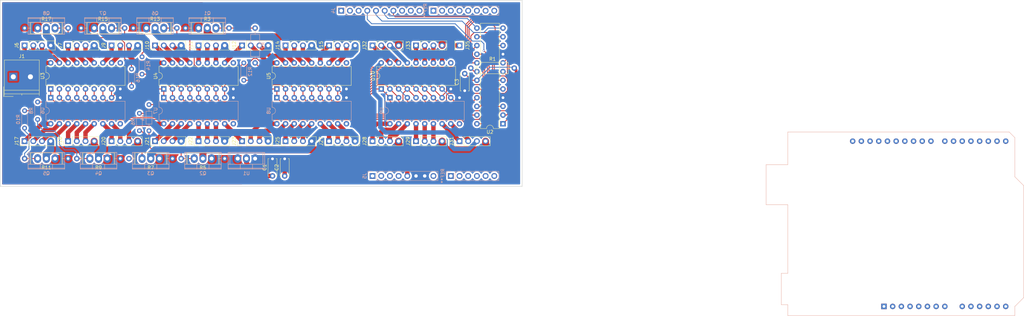
<source format=kicad_pcb>
(kicad_pcb (version 4) (host pcbnew 4.0.6)
  (layers (0 F.Cu signal) (31 B.Cu signal) (34 B.Paste user) (35 F.Paste user) (36 B.SilkS user) (37 F.SilkS user) (38 B.Mask user) (39 F.Mask user) (44 Edge.Cuts user))
  (net 0 "")
  (net 1 +12V)
  (net 2 GND)
  (net 3 +5V)
  (net 4 "Net-(J2-Pad1)")
  (net 5 "Net-(J2-Pad3)")
  (net 6 "Net-(J2-Pad5)")
  (net 7 "Net-(J3-Pad1)")
  (net 8 "Net-(J4-Pad1)")
  (net 9 "Net-(J4-Pad2)")
  (net 10 "Net-(J4-Pad3)")
  (net 11 "Net-(J4-Pad4)")
  (net 12 "Net-(J4-Pad8)")
  (net 13 "Net-(J4-Pad9)")
  (net 14 "Net-(J4-Pad10)")
  (net 15 "Net-(J5-Pad1)")
  (net 16 "Net-(J5-Pad2)")
  (net 17 "Net-(J5-Pad3)")
  (net 18 "Net-(J5-Pad4)")
  (net 19 "Net-(J5-Pad8)")
  (net 20 "Net-(J6-Pad1)")
  (net 21 "Net-(J6-Pad2)")
  (net 22 "Net-(J6-Pad3)")
  (net 23 DIG0)
  (net 24 "Net-(J7-Pad1)")
  (net 25 "Net-(J7-Pad2)")
  (net 26 "Net-(J7-Pad3)")
  (net 27 "Net-(J8-Pad2)")
  (net 28 "Net-(J9-Pad1)")
  (net 29 "Net-(J9-Pad2)")
  (net 30 SEGDP1)
  (net 31 "Net-(J10-Pad1)")
  (net 32 "Net-(J10-Pad2)")
  (net 33 "Net-(J10-Pad3)")
  (net 34 DIG1)
  (net 35 "Net-(J11-Pad1)")
  (net 36 "Net-(J11-Pad2)")
  (net 37 "Net-(J11-Pad3)")
  (net 38 "Net-(J12-Pad1)")
  (net 39 "Net-(J12-Pad2)")
  (net 40 "Net-(J12-Pad3)")
  (net 41 "Net-(J13-Pad2)")
  (net 42 "Net-(J14-Pad1)")
  (net 43 "Net-(J14-Pad2)")
  (net 44 "Net-(J14-Pad3)")
  (net 45 DIG2)
  (net 46 "Net-(J15-Pad1)")
  (net 47 "Net-(J15-Pad2)")
  (net 48 "Net-(J15-Pad3)")
  (net 49 "Net-(J16-Pad2)")
  (net 50 "Net-(J17-Pad1)")
  (net 51 "Net-(J17-Pad2)")
  (net 52 "Net-(J17-Pad3)")
  (net 53 DIG3)
  (net 54 "Net-(J18-Pad1)")
  (net 55 "Net-(J18-Pad2)")
  (net 56 "Net-(J18-Pad3)")
  (net 57 "Net-(J19-Pad2)")
  (net 58 "Net-(J20-Pad1)")
  (net 59 "Net-(J20-Pad2)")
  (net 60 SEGA5)
  (net 61 "Net-(J21-Pad1)")
  (net 62 "Net-(J21-Pad2)")
  (net 63 "Net-(J21-Pad3)")
  (net 64 DIG4)
  (net 65 "Net-(J22-Pad1)")
  (net 66 "Net-(J22-Pad2)")
  (net 67 "Net-(J22-Pad3)")
  (net 68 "Net-(J23-Pad1)")
  (net 69 "Net-(J23-Pad2)")
  (net 70 "Net-(J23-Pad3)")
  (net 71 "Net-(J24-Pad2)")
  (net 72 "Net-(J25-Pad1)")
  (net 73 "Net-(J25-Pad2)")
  (net 74 "Net-(J25-Pad3)")
  (net 75 DIG5)
  (net 76 "Net-(J26-Pad2)")
  (net 77 "Net-(J27-Pad1)")
  (net 78 "Net-(J27-Pad2)")
  (net 79 "Net-(J27-Pad3)")
  (net 80 "Net-(J28-Pad1)")
  (net 81 "Net-(J28-Pad2)")
  (net 82 "Net-(J28-Pad3)")
  (net 83 DIG6)
  (net 84 "Net-(J29-Pad1)")
  (net 85 "Net-(J29-Pad2)")
  (net 86 "Net-(J29-Pad3)")
  (net 87 "Net-(J30-Pad2)")
  (net 88 "Net-(J31-Pad1)")
  (net 89 "Net-(J31-Pad2)")
  (net 90 SEGDP7)
  (net 91 "Net-(J32-Pad1)")
  (net 92 "Net-(J32-Pad2)")
  (net 93 "Net-(J32-Pad3)")
  (net 94 DIG7)
  (net 95 "Net-(J33-Pad1)")
  (net 96 "Net-(J33-Pad2)")
  (net 97 "Net-(J33-Pad3)")
  (net 98 "Net-(J34-Pad2)")
  (net 99 "Net-(J35-Pad1)")
  (net 100 "Net-(Q1-Pad1)")
  (net 101 "Net-(Q2-Pad1)")
  (net 102 "Net-(Q3-Pad1)")
  (net 103 "Net-(Q4-Pad1)")
  (net 104 "Net-(Q5-Pad1)")
  (net 105 "Net-(Q6-Pad1)")
  (net 106 "Net-(Q7-Pad1)")
  (net 107 "Net-(Q8-Pad1)")
  (net 108 "Net-(R1-Pad1)")
  (net 109 "Net-(R2-Pad1)")
  (net 110 "Net-(R4-Pad1)")
  (net 111 "Net-(R6-Pad1)")
  (net 112 "Net-(R8-Pad1)")
  (net 113 "Net-(R10-Pad1)")
  (net 114 "Net-(R12-Pad1)")
  (net 115 "Net-(R14-Pad1)")
  (net 116 "Net-(R16-Pad1)")
  (net 117 SEGA)
  (net 118 SEGF)
  (net 119 SEGB)
  (net 120 SEGG)
  (net 121 SEGC)
  (net 122 SEGE)
  (net 123 SEGDP)
  (net 124 SEGD)
  (module Resistors_THT:R_Axial_DIN0204_L3.6mm_D1.6mm_P5.08mm_Horizontal (layer B.Cu) (at 109.728 88.392 270)
    (fp_text reference R6 (at 2.54 1.86 270) (layer B.SilkS) (effects (justify mirror)))
    (fp_text value R)
    (pad 1 thru_hole circle (at 0 0 270) (size 1.4 1.4) (drill 0.7) (layers *.Cu *.Mask) (net 111 "Net-(R6-Pad1)"))
    (pad 2 thru_hole oval (at 5.08 0 270) (size 1.4 1.4) (drill 0.7) (layers *.Cu *.Mask) (net 102 "Net-(Q3-Pad1)"))
  )
  (module Housings_DIP:DIP-18_W7.62mm (layer B.Cu) (at 83.82 83.82 270)
    (fp_text reference U6 (at 3.81 2.39 270) (layer B.SilkS) (effects (justify mirror)))
    (fp_text value ULN2803A)
    (pad 1 thru_hole rect (at 0 0 270) (size 1.6 1.6) (drill 0.8) (layers *.Cu *.Mask) (net 117 SEGA))
    (pad 10 thru_hole oval (at 7.62 -20.32 270) (size 1.6 1.6) (drill 0.8) (layers *.Cu *.Mask) (net 57 "Net-(J19-Pad2)"))
    (pad 2 thru_hole oval (at 0 -2.54 270) (size 1.6 1.6) (drill 0.8) (layers *.Cu *.Mask) (net 119 SEGB))
    (pad 11 thru_hole oval (at 7.62 -17.78 270) (size 1.6 1.6) (drill 0.8) (layers *.Cu *.Mask) (net 59 "Net-(J20-Pad2)"))
    (pad 3 thru_hole oval (at 0 -5.08 270) (size 1.6 1.6) (drill 0.8) (layers *.Cu *.Mask) (net 121 SEGC))
    (pad 12 thru_hole oval (at 7.62 -15.24 270) (size 1.6 1.6) (drill 0.8) (layers *.Cu *.Mask) (net 58 "Net-(J20-Pad1)"))
    (pad 4 thru_hole oval (at 0 -7.62 270) (size 1.6 1.6) (drill 0.8) (layers *.Cu *.Mask) (net 124 SEGD))
    (pad 13 thru_hole oval (at 7.62 -12.7 270) (size 1.6 1.6) (drill 0.8) (layers *.Cu *.Mask) (net 56 "Net-(J18-Pad3)"))
    (pad 5 thru_hole oval (at 0 -10.16 270) (size 1.6 1.6) (drill 0.8) (layers *.Cu *.Mask) (net 122 SEGE))
    (pad 14 thru_hole oval (at 7.62 -10.16 270) (size 1.6 1.6) (drill 0.8) (layers *.Cu *.Mask) (net 55 "Net-(J18-Pad2)"))
    (pad 6 thru_hole oval (at 0 -12.7 270) (size 1.6 1.6) (drill 0.8) (layers *.Cu *.Mask) (net 118 SEGF))
    (pad 15 thru_hole oval (at 7.62 -7.62 270) (size 1.6 1.6) (drill 0.8) (layers *.Cu *.Mask) (net 54 "Net-(J18-Pad1)"))
    (pad 7 thru_hole oval (at 0 -15.24 270) (size 1.6 1.6) (drill 0.8) (layers *.Cu *.Mask) (net 120 SEGG))
    (pad 16 thru_hole oval (at 7.62 -5.08 270) (size 1.6 1.6) (drill 0.8) (layers *.Cu *.Mask) (net 52 "Net-(J17-Pad3)"))
    (pad 8 thru_hole oval (at 0 -17.78 270) (size 1.6 1.6) (drill 0.8) (layers *.Cu *.Mask) (net 123 SEGDP))
    (pad 17 thru_hole oval (at 7.62 -2.54 270) (size 1.6 1.6) (drill 0.8) (layers *.Cu *.Mask) (net 51 "Net-(J17-Pad2)"))
    (pad 9 thru_hole oval (at 0 -20.32 270) (size 1.6 1.6) (drill 0.8) (layers *.Cu *.Mask) (net 2 GND))
    (pad 18 thru_hole oval (at 7.62 0 270) (size 1.6 1.6) (drill 0.8) (layers *.Cu *.Mask) (net 50 "Net-(J17-Pad1)"))
  )
  (module Housings_DIP:DIP-18_W7.62mm (layer B.Cu) (at 116.84 83.82 270)
    (fp_text reference U7 (at 3.81 2.39 270) (layer B.SilkS) (effects (justify mirror)))
    (fp_text value ULN2803A)
    (pad 1 thru_hole rect (at 0 0 270) (size 1.6 1.6) (drill 0.8) (layers *.Cu *.Mask) (net 117 SEGA))
    (pad 10 thru_hole oval (at 7.62 -20.32 270) (size 1.6 1.6) (drill 0.8) (layers *.Cu *.Mask) (net 71 "Net-(J24-Pad2)"))
    (pad 2 thru_hole oval (at 0 -2.54 270) (size 1.6 1.6) (drill 0.8) (layers *.Cu *.Mask) (net 119 SEGB))
    (pad 11 thru_hole oval (at 7.62 -17.78 270) (size 1.6 1.6) (drill 0.8) (layers *.Cu *.Mask) (net 68 "Net-(J23-Pad1)"))
    (pad 3 thru_hole oval (at 0 -5.08 270) (size 1.6 1.6) (drill 0.8) (layers *.Cu *.Mask) (net 121 SEGC))
    (pad 12 thru_hole oval (at 7.62 -15.24 270) (size 1.6 1.6) (drill 0.8) (layers *.Cu *.Mask) (net 67 "Net-(J22-Pad3)"))
    (pad 4 thru_hole oval (at 0 -7.62 270) (size 1.6 1.6) (drill 0.8) (layers *.Cu *.Mask) (net 124 SEGD))
    (pad 13 thru_hole oval (at 7.62 -12.7 270) (size 1.6 1.6) (drill 0.8) (layers *.Cu *.Mask) (net 66 "Net-(J22-Pad2)"))
    (pad 5 thru_hole oval (at 0 -10.16 270) (size 1.6 1.6) (drill 0.8) (layers *.Cu *.Mask) (net 122 SEGE))
    (pad 14 thru_hole oval (at 7.62 -10.16 270) (size 1.6 1.6) (drill 0.8) (layers *.Cu *.Mask) (net 65 "Net-(J22-Pad1)"))
    (pad 6 thru_hole oval (at 0 -12.7 270) (size 1.6 1.6) (drill 0.8) (layers *.Cu *.Mask) (net 118 SEGF))
    (pad 15 thru_hole oval (at 7.62 -7.62 270) (size 1.6 1.6) (drill 0.8) (layers *.Cu *.Mask) (net 63 "Net-(J21-Pad3)"))
    (pad 7 thru_hole oval (at 0 -15.24 270) (size 1.6 1.6) (drill 0.8) (layers *.Cu *.Mask) (net 120 SEGG))
    (pad 16 thru_hole oval (at 7.62 -5.08 270) (size 1.6 1.6) (drill 0.8) (layers *.Cu *.Mask) (net 62 "Net-(J21-Pad2)"))
    (pad 8 thru_hole oval (at 0 -17.78 270) (size 1.6 1.6) (drill 0.8) (layers *.Cu *.Mask) (net 123 SEGDP))
    (pad 17 thru_hole oval (at 7.62 -2.54 270) (size 1.6 1.6) (drill 0.8) (layers *.Cu *.Mask) (net 61 "Net-(J21-Pad1)"))
    (pad 9 thru_hole oval (at 0 -20.32 270) (size 1.6 1.6) (drill 0.8) (layers *.Cu *.Mask) (net 2 GND))
    (pad 18 thru_hole oval (at 7.62 0 270) (size 1.6 1.6) (drill 0.8) (layers *.Cu *.Mask) (net 60 SEGA5))
  )
  (module Power_Integrations:TO-220 (layer B.Cu) (at 140.97 101.6)
    (fp_text reference U1 (at 0 4.318) (layer B.SilkS) (effects (justify mirror)))
    (fp_text value 7805)
    (pad VO thru_hole oval (at 0 0) (size 2.032 2.54) (drill 1.143) (layers *.Cu *.Mask) (net 3 +5V))
    (pad GND thru_hole oval (at 2.54 0) (size 2.032 2.54) (drill 1.143) (layers *.Cu *.Mask) (net 2 GND))
    (pad VI thru_hole oval (at -2.54 0) (size 2.032 2.54) (drill 1.143) (layers *.Cu *.Mask) (net 1 +12V))
  )
  (module Capacitors_THT:C_Disc_D5.0mm_W2.5mm_P5.00mm (layer F.Cu) (at 148.59 106.68 90)
    (fp_text reference C1 (at 2.5 -2.31 90) (layer F.SilkS))
    (fp_text value C)
    (pad 1 thru_hole circle (at 0 0 90) (size 1.6 1.6) (drill 0.8) (layers *.Cu *.Mask) (net 1 +12V))
    (pad 2 thru_hole circle (at 5 0 90) (size 1.6 1.6) (drill 0.8) (layers *.Cu *.Mask) (net 2 GND))
  )
  (module Capacitors_THT:C_Disc_D5.0mm_W2.5mm_P5.00mm (layer F.Cu) (at 152.146 106.68 90)
    (fp_text reference C2 (at 2.5 -2.31 90) (layer F.SilkS))
    (fp_text value C)
    (pad 1 thru_hole circle (at 0 0 90) (size 1.6 1.6) (drill 0.8) (layers *.Cu *.Mask) (net 3 +5V))
    (pad 2 thru_hole circle (at 5 0 90) (size 1.6 1.6) (drill 0.8) (layers *.Cu *.Mask) (net 2 GND))
  )
  (module Capacitors_THT:C_Disc_D5.0mm_W2.5mm_P5.00mm (layer F.Cu) (at 204.724 81.788 90)
    (fp_text reference C3 (at 2.5 -2.31 90) (layer F.SilkS))
    (fp_text value C)
    (pad 1 thru_hole circle (at 0 0 90) (size 1.6 1.6) (drill 0.8) (layers *.Cu *.Mask) (net 2 GND))
    (pad 2 thru_hole circle (at 5 0 90) (size 1.6 1.6) (drill 0.8) (layers *.Cu *.Mask) (net 3 +5V))
  )
  (module Socket_Strips:Socket_Strip_Straight_1x04_Pitch2.54mm (layer F.Cu) (at 76.2 68.58 90)
    (fp_text reference J6 (at 0 -2.33 90) (layer F.SilkS))
    (fp_text value CONN_01X04_FEMALE)
    (pad 1 thru_hole rect (at 0 0 90) (size 1.7 1.7) (drill 1) (layers *.Cu *.Mask) (net 20 "Net-(J6-Pad1)"))
    (pad 2 thru_hole oval (at 0 2.54 90) (size 1.7 1.7) (drill 1) (layers *.Cu *.Mask) (net 21 "Net-(J6-Pad2)"))
    (pad 3 thru_hole oval (at 0 5.08 90) (size 1.7 1.7) (drill 1) (layers *.Cu *.Mask) (net 22 "Net-(J6-Pad3)"))
    (pad 4 thru_hole oval (at 0 7.62 90) (size 1.7 1.7) (drill 1) (layers *.Cu *.Mask) (net 23 DIG0))
  )
  (module Socket_Strips:Socket_Strip_Straight_1x04_Pitch2.54mm (layer F.Cu) (at 88.9 68.58 90)
    (fp_text reference J7 (at 0 -2.33 90) (layer F.SilkS))
    (fp_text value CONN_01X04_FEMALE)
    (pad 1 thru_hole rect (at 0 0 90) (size 1.7 1.7) (drill 1) (layers *.Cu *.Mask) (net 24 "Net-(J7-Pad1)"))
    (pad 2 thru_hole oval (at 0 2.54 90) (size 1.7 1.7) (drill 1) (layers *.Cu *.Mask) (net 25 "Net-(J7-Pad2)"))
    (pad 3 thru_hole oval (at 0 5.08 90) (size 1.7 1.7) (drill 1) (layers *.Cu *.Mask) (net 26 "Net-(J7-Pad3)"))
    (pad 4 thru_hole oval (at 0 7.62 90) (size 1.7 1.7) (drill 1) (layers *.Cu *.Mask) (net 23 DIG0))
  )
  (module Socket_Strips:Socket_Strip_Straight_1x04_Pitch2.54mm (layer F.Cu) (at 101.6 68.58 90)
    (fp_text reference J9 (at 0 -2.33 90) (layer F.SilkS))
    (fp_text value CONN_01X04_FEMALE)
    (pad 1 thru_hole rect (at 0 0 90) (size 1.7 1.7) (drill 1) (layers *.Cu *.Mask) (net 28 "Net-(J9-Pad1)"))
    (pad 2 thru_hole oval (at 0 2.54 90) (size 1.7 1.7) (drill 1) (layers *.Cu *.Mask) (net 29 "Net-(J9-Pad2)"))
    (pad 3 thru_hole oval (at 0 5.08 90) (size 1.7 1.7) (drill 1) (layers *.Cu *.Mask) (net 30 SEGDP1))
    (pad 4 thru_hole oval (at 0 7.62 90) (size 1.7 1.7) (drill 1) (layers *.Cu *.Mask) (net 23 DIG0))
  )
  (module Socket_Strips:Socket_Strip_Straight_1x04_Pitch2.54mm (layer F.Cu) (at 114.3 68.58 90)
    (fp_text reference J10 (at 0 -2.33 90) (layer F.SilkS))
    (fp_text value CONN_01X04_FEMALE)
    (pad 1 thru_hole rect (at 0 0 90) (size 1.7 1.7) (drill 1) (layers *.Cu *.Mask) (net 31 "Net-(J10-Pad1)"))
    (pad 2 thru_hole oval (at 0 2.54 90) (size 1.7 1.7) (drill 1) (layers *.Cu *.Mask) (net 32 "Net-(J10-Pad2)"))
    (pad 3 thru_hole oval (at 0 5.08 90) (size 1.7 1.7) (drill 1) (layers *.Cu *.Mask) (net 33 "Net-(J10-Pad3)"))
    (pad 4 thru_hole oval (at 0 7.62 90) (size 1.7 1.7) (drill 1) (layers *.Cu *.Mask) (net 34 DIG1))
  )
  (module Socket_Strips:Socket_Strip_Straight_1x04_Pitch2.54mm (layer F.Cu) (at 127 68.58 90)
    (fp_text reference J11 (at 0 -2.33 90) (layer F.SilkS))
    (fp_text value CONN_01X04_FEMALE)
    (pad 1 thru_hole rect (at 0 0 90) (size 1.7 1.7) (drill 1) (layers *.Cu *.Mask) (net 35 "Net-(J11-Pad1)"))
    (pad 2 thru_hole oval (at 0 2.54 90) (size 1.7 1.7) (drill 1) (layers *.Cu *.Mask) (net 36 "Net-(J11-Pad2)"))
    (pad 3 thru_hole oval (at 0 5.08 90) (size 1.7 1.7) (drill 1) (layers *.Cu *.Mask) (net 37 "Net-(J11-Pad3)"))
    (pad 4 thru_hole oval (at 0 7.62 90) (size 1.7 1.7) (drill 1) (layers *.Cu *.Mask) (net 34 DIG1))
  )
  (module Socket_Strips:Socket_Strip_Straight_1x04_Pitch2.54mm (layer F.Cu) (at 139.7 68.58 90)
    (fp_text reference J12 (at 0 -2.33 90) (layer F.SilkS))
    (fp_text value CONN_01X04_FEMALE)
    (pad 1 thru_hole rect (at 0 0 90) (size 1.7 1.7) (drill 1) (layers *.Cu *.Mask) (net 38 "Net-(J12-Pad1)"))
    (pad 2 thru_hole oval (at 0 2.54 90) (size 1.7 1.7) (drill 1) (layers *.Cu *.Mask) (net 39 "Net-(J12-Pad2)"))
    (pad 3 thru_hole oval (at 0 5.08 90) (size 1.7 1.7) (drill 1) (layers *.Cu *.Mask) (net 40 "Net-(J12-Pad3)"))
    (pad 4 thru_hole oval (at 0 7.62 90) (size 1.7 1.7) (drill 1) (layers *.Cu *.Mask) (net 34 DIG1))
  )
  (module Socket_Strips:Socket_Strip_Straight_1x04_Pitch2.54mm (layer F.Cu) (at 152.4 68.58 90)
    (fp_text reference J14 (at 0 -2.33 90) (layer F.SilkS))
    (fp_text value CONN_01X04_FEMALE)
    (pad 1 thru_hole rect (at 0 0 90) (size 1.7 1.7) (drill 1) (layers *.Cu *.Mask) (net 42 "Net-(J14-Pad1)"))
    (pad 2 thru_hole oval (at 0 2.54 90) (size 1.7 1.7) (drill 1) (layers *.Cu *.Mask) (net 43 "Net-(J14-Pad2)"))
    (pad 3 thru_hole oval (at 0 5.08 90) (size 1.7 1.7) (drill 1) (layers *.Cu *.Mask) (net 44 "Net-(J14-Pad3)"))
    (pad 4 thru_hole oval (at 0 7.62 90) (size 1.7 1.7) (drill 1) (layers *.Cu *.Mask) (net 45 DIG2))
  )
  (module Socket_Strips:Socket_Strip_Straight_1x04_Pitch2.54mm (layer F.Cu) (at 165.1 68.58 90)
    (fp_text reference J15 (at 0 -2.33 90) (layer F.SilkS))
    (fp_text value CONN_01X04_FEMALE)
    (pad 1 thru_hole rect (at 0 0 90) (size 1.7 1.7) (drill 1) (layers *.Cu *.Mask) (net 46 "Net-(J15-Pad1)"))
    (pad 2 thru_hole oval (at 0 2.54 90) (size 1.7 1.7) (drill 1) (layers *.Cu *.Mask) (net 47 "Net-(J15-Pad2)"))
    (pad 3 thru_hole oval (at 0 5.08 90) (size 1.7 1.7) (drill 1) (layers *.Cu *.Mask) (net 48 "Net-(J15-Pad3)"))
    (pad 4 thru_hole oval (at 0 7.62 90) (size 1.7 1.7) (drill 1) (layers *.Cu *.Mask) (net 45 DIG2))
  )
  (module Socket_Strips:Socket_Strip_Straight_1x04_Pitch2.54mm (layer F.Cu) (at 76.2 96.52 90)
    (fp_text reference J17 (at 0 -2.33 90) (layer F.SilkS))
    (fp_text value CONN_01X04_FEMALE)
    (pad 1 thru_hole rect (at 0 0 90) (size 1.7 1.7) (drill 1) (layers *.Cu *.Mask) (net 50 "Net-(J17-Pad1)"))
    (pad 2 thru_hole oval (at 0 2.54 90) (size 1.7 1.7) (drill 1) (layers *.Cu *.Mask) (net 51 "Net-(J17-Pad2)"))
    (pad 3 thru_hole oval (at 0 5.08 90) (size 1.7 1.7) (drill 1) (layers *.Cu *.Mask) (net 52 "Net-(J17-Pad3)"))
    (pad 4 thru_hole oval (at 0 7.62 90) (size 1.7 1.7) (drill 1) (layers *.Cu *.Mask) (net 53 DIG3))
  )
  (module Socket_Strips:Socket_Strip_Straight_1x04_Pitch2.54mm (layer F.Cu) (at 88.9 96.52 90)
    (fp_text reference J18 (at 0 -2.33 90) (layer F.SilkS))
    (fp_text value CONN_01X04_FEMALE)
    (pad 1 thru_hole rect (at 0 0 90) (size 1.7 1.7) (drill 1) (layers *.Cu *.Mask) (net 54 "Net-(J18-Pad1)"))
    (pad 2 thru_hole oval (at 0 2.54 90) (size 1.7 1.7) (drill 1) (layers *.Cu *.Mask) (net 55 "Net-(J18-Pad2)"))
    (pad 3 thru_hole oval (at 0 5.08 90) (size 1.7 1.7) (drill 1) (layers *.Cu *.Mask) (net 56 "Net-(J18-Pad3)"))
    (pad 4 thru_hole oval (at 0 7.62 90) (size 1.7 1.7) (drill 1) (layers *.Cu *.Mask) (net 53 DIG3))
  )
  (module Socket_Strips:Socket_Strip_Straight_1x04_Pitch2.54mm (layer F.Cu) (at 101.6 96.52 90)
    (fp_text reference J20 (at 0 -2.33 90) (layer F.SilkS))
    (fp_text value CONN_01X04_FEMALE)
    (pad 1 thru_hole rect (at 0 0 90) (size 1.7 1.7) (drill 1) (layers *.Cu *.Mask) (net 58 "Net-(J20-Pad1)"))
    (pad 2 thru_hole oval (at 0 2.54 90) (size 1.7 1.7) (drill 1) (layers *.Cu *.Mask) (net 59 "Net-(J20-Pad2)"))
    (pad 3 thru_hole oval (at 0 5.08 90) (size 1.7 1.7) (drill 1) (layers *.Cu *.Mask) (net 60 SEGA5))
    (pad 4 thru_hole oval (at 0 7.62 90) (size 1.7 1.7) (drill 1) (layers *.Cu *.Mask) (net 53 DIG3))
  )
  (module Socket_Strips:Socket_Strip_Straight_1x04_Pitch2.54mm (layer F.Cu) (at 114.3 96.52 90)
    (fp_text reference J21 (at 0 -2.33 90) (layer F.SilkS))
    (fp_text value CONN_01X04_FEMALE)
    (pad 1 thru_hole rect (at 0 0 90) (size 1.7 1.7) (drill 1) (layers *.Cu *.Mask) (net 61 "Net-(J21-Pad1)"))
    (pad 2 thru_hole oval (at 0 2.54 90) (size 1.7 1.7) (drill 1) (layers *.Cu *.Mask) (net 62 "Net-(J21-Pad2)"))
    (pad 3 thru_hole oval (at 0 5.08 90) (size 1.7 1.7) (drill 1) (layers *.Cu *.Mask) (net 63 "Net-(J21-Pad3)"))
    (pad 4 thru_hole oval (at 0 7.62 90) (size 1.7 1.7) (drill 1) (layers *.Cu *.Mask) (net 64 DIG4))
  )
  (module Socket_Strips:Socket_Strip_Straight_1x04_Pitch2.54mm (layer F.Cu) (at 127 96.52 90)
    (fp_text reference J22 (at 0 -2.33 90) (layer F.SilkS))
    (fp_text value CONN_01X04_FEMALE)
    (pad 1 thru_hole rect (at 0 0 90) (size 1.7 1.7) (drill 1) (layers *.Cu *.Mask) (net 65 "Net-(J22-Pad1)"))
    (pad 2 thru_hole oval (at 0 2.54 90) (size 1.7 1.7) (drill 1) (layers *.Cu *.Mask) (net 66 "Net-(J22-Pad2)"))
    (pad 3 thru_hole oval (at 0 5.08 90) (size 1.7 1.7) (drill 1) (layers *.Cu *.Mask) (net 67 "Net-(J22-Pad3)"))
    (pad 4 thru_hole oval (at 0 7.62 90) (size 1.7 1.7) (drill 1) (layers *.Cu *.Mask) (net 64 DIG4))
  )
  (module Socket_Strips:Socket_Strip_Straight_1x04_Pitch2.54mm (layer F.Cu) (at 139.7 96.52 90)
    (fp_text reference J23 (at 0 -2.33 90) (layer F.SilkS))
    (fp_text value CONN_01X04_FEMALE)
    (pad 1 thru_hole rect (at 0 0 90) (size 1.7 1.7) (drill 1) (layers *.Cu *.Mask) (net 68 "Net-(J23-Pad1)"))
    (pad 2 thru_hole oval (at 0 2.54 90) (size 1.7 1.7) (drill 1) (layers *.Cu *.Mask) (net 69 "Net-(J23-Pad2)"))
    (pad 3 thru_hole oval (at 0 5.08 90) (size 1.7 1.7) (drill 1) (layers *.Cu *.Mask) (net 70 "Net-(J23-Pad3)"))
    (pad 4 thru_hole oval (at 0 7.62 90) (size 1.7 1.7) (drill 1) (layers *.Cu *.Mask) (net 64 DIG4))
  )
  (module Socket_Strips:Socket_Strip_Straight_1x04_Pitch2.54mm (layer F.Cu) (at 152.4 96.52 90)
    (fp_text reference J25 (at 0 -2.33 90) (layer F.SilkS))
    (fp_text value CONN_01X04_FEMALE)
    (pad 1 thru_hole rect (at 0 0 90) (size 1.7 1.7) (drill 1) (layers *.Cu *.Mask) (net 72 "Net-(J25-Pad1)"))
    (pad 2 thru_hole oval (at 0 2.54 90) (size 1.7 1.7) (drill 1) (layers *.Cu *.Mask) (net 73 "Net-(J25-Pad2)"))
    (pad 3 thru_hole oval (at 0 5.08 90) (size 1.7 1.7) (drill 1) (layers *.Cu *.Mask) (net 74 "Net-(J25-Pad3)"))
    (pad 4 thru_hole oval (at 0 7.62 90) (size 1.7 1.7) (drill 1) (layers *.Cu *.Mask) (net 75 DIG5))
  )
  (module Socket_Strips:Socket_Strip_Straight_1x04_Pitch2.54mm (layer F.Cu) (at 165.1 96.52 90)
    (fp_text reference J27 (at 0 -2.33 90) (layer F.SilkS))
    (fp_text value CONN_01X04_FEMALE)
    (pad 1 thru_hole rect (at 0 0 90) (size 1.7 1.7) (drill 1) (layers *.Cu *.Mask) (net 77 "Net-(J27-Pad1)"))
    (pad 2 thru_hole oval (at 0 2.54 90) (size 1.7 1.7) (drill 1) (layers *.Cu *.Mask) (net 78 "Net-(J27-Pad2)"))
    (pad 3 thru_hole oval (at 0 5.08 90) (size 1.7 1.7) (drill 1) (layers *.Cu *.Mask) (net 79 "Net-(J27-Pad3)"))
    (pad 4 thru_hole oval (at 0 7.62 90) (size 1.7 1.7) (drill 1) (layers *.Cu *.Mask) (net 75 DIG5))
  )
  (module Socket_Strips:Socket_Strip_Straight_1x04_Pitch2.54mm (layer F.Cu) (at 177.8 96.52 90)
    (fp_text reference J28 (at 0 -2.33 90) (layer F.SilkS))
    (fp_text value CONN_01X04_FEMALE)
    (pad 1 thru_hole rect (at 0 0 90) (size 1.7 1.7) (drill 1) (layers *.Cu *.Mask) (net 80 "Net-(J28-Pad1)"))
    (pad 2 thru_hole oval (at 0 2.54 90) (size 1.7 1.7) (drill 1) (layers *.Cu *.Mask) (net 81 "Net-(J28-Pad2)"))
    (pad 3 thru_hole oval (at 0 5.08 90) (size 1.7 1.7) (drill 1) (layers *.Cu *.Mask) (net 82 "Net-(J28-Pad3)"))
    (pad 4 thru_hole oval (at 0 7.62 90) (size 1.7 1.7) (drill 1) (layers *.Cu *.Mask) (net 83 DIG6))
  )
  (module Socket_Strips:Socket_Strip_Straight_1x04_Pitch2.54mm (layer F.Cu) (at 190.5 96.52 90)
    (fp_text reference J29 (at 0 -2.33 90) (layer F.SilkS))
    (fp_text value CONN_01X04_FEMALE)
    (pad 1 thru_hole rect (at 0 0 90) (size 1.7 1.7) (drill 1) (layers *.Cu *.Mask) (net 84 "Net-(J29-Pad1)"))
    (pad 2 thru_hole oval (at 0 2.54 90) (size 1.7 1.7) (drill 1) (layers *.Cu *.Mask) (net 85 "Net-(J29-Pad2)"))
    (pad 3 thru_hole oval (at 0 5.08 90) (size 1.7 1.7) (drill 1) (layers *.Cu *.Mask) (net 86 "Net-(J29-Pad3)"))
    (pad 4 thru_hole oval (at 0 7.62 90) (size 1.7 1.7) (drill 1) (layers *.Cu *.Mask) (net 83 DIG6))
  )
  (module Socket_Strips:Socket_Strip_Straight_1x04_Pitch2.54mm (layer F.Cu) (at 203.2 96.52 90)
    (fp_text reference J31 (at 0 -2.33 90) (layer F.SilkS))
    (fp_text value CONN_01X04_FEMALE)
    (pad 1 thru_hole rect (at 0 0 90) (size 1.7 1.7) (drill 1) (layers *.Cu *.Mask) (net 88 "Net-(J31-Pad1)"))
    (pad 2 thru_hole oval (at 0 2.54 90) (size 1.7 1.7) (drill 1) (layers *.Cu *.Mask) (net 89 "Net-(J31-Pad2)"))
    (pad 3 thru_hole oval (at 0 5.08 90) (size 1.7 1.7) (drill 1) (layers *.Cu *.Mask) (net 90 SEGDP7))
    (pad 4 thru_hole oval (at 0 7.62 90) (size 1.7 1.7) (drill 1) (layers *.Cu *.Mask) (net 83 DIG6))
  )
  (module Socket_Strips:Socket_Strip_Straight_1x04_Pitch2.54mm (layer F.Cu) (at 177.8 68.58 90)
    (fp_text reference J32 (at 0 -2.33 90) (layer F.SilkS))
    (fp_text value CONN_01X04_FEMALE)
    (pad 1 thru_hole rect (at 0 0 90) (size 1.7 1.7) (drill 1) (layers *.Cu *.Mask) (net 91 "Net-(J32-Pad1)"))
    (pad 2 thru_hole oval (at 0 2.54 90) (size 1.7 1.7) (drill 1) (layers *.Cu *.Mask) (net 92 "Net-(J32-Pad2)"))
    (pad 3 thru_hole oval (at 0 5.08 90) (size 1.7 1.7) (drill 1) (layers *.Cu *.Mask) (net 93 "Net-(J32-Pad3)"))
    (pad 4 thru_hole oval (at 0 7.62 90) (size 1.7 1.7) (drill 1) (layers *.Cu *.Mask) (net 94 DIG7))
  )
  (module Socket_Strips:Socket_Strip_Straight_1x04_Pitch2.54mm (layer F.Cu) (at 190.5 68.58 90)
    (fp_text reference J33 (at 0 -2.33 90) (layer F.SilkS))
    (fp_text value CONN_01X04_FEMALE)
    (pad 1 thru_hole rect (at 0 0 90) (size 1.7 1.7) (drill 1) (layers *.Cu *.Mask) (net 95 "Net-(J33-Pad1)"))
    (pad 2 thru_hole oval (at 0 2.54 90) (size 1.7 1.7) (drill 1) (layers *.Cu *.Mask) (net 96 "Net-(J33-Pad2)"))
    (pad 3 thru_hole oval (at 0 5.08 90) (size 1.7 1.7) (drill 1) (layers *.Cu *.Mask) (net 97 "Net-(J33-Pad3)"))
    (pad 4 thru_hole oval (at 0 7.62 90) (size 1.7 1.7) (drill 1) (layers *.Cu *.Mask) (net 94 DIG7))
  )
  (module Power_Integrations:TO-220 (layer B.Cu) (at 129.54 63.5 180)
    (fp_text reference Q1 (at 0 4.318 180) (layer B.SilkS) (effects (justify mirror)))
    (fp_text value Q_PMOS_GDS)
    (pad 2 thru_hole oval (at 0 0 180) (size 2.032 2.54) (drill 1.143) (layers *.Cu *.Mask) (net 94 DIG7))
    (pad 3 thru_hole oval (at 2.54 0 180) (size 2.032 2.54) (drill 1.143) (layers *.Cu *.Mask) (net 1 +12V))
    (pad 1 thru_hole oval (at -2.54 0 180) (size 2.032 2.54) (drill 1.143) (layers *.Cu *.Mask) (net 100 "Net-(Q1-Pad1)"))
  )
  (module Power_Integrations:TO-220 (layer B.Cu) (at 128.27 101.6)
    (fp_text reference Q2 (at 0 4.318) (layer B.SilkS) (effects (justify mirror)))
    (fp_text value Q_PMOS_GDS)
    (pad 2 thru_hole oval (at 0 0) (size 2.032 2.54) (drill 1.143) (layers *.Cu *.Mask) (net 83 DIG6))
    (pad 3 thru_hole oval (at 2.54 0) (size 2.032 2.54) (drill 1.143) (layers *.Cu *.Mask) (net 1 +12V))
    (pad 1 thru_hole oval (at -2.54 0) (size 2.032 2.54) (drill 1.143) (layers *.Cu *.Mask) (net 101 "Net-(Q2-Pad1)"))
  )
  (module Power_Integrations:TO-220 (layer B.Cu) (at 113.03 101.6)
    (fp_text reference Q3 (at 0 4.318) (layer B.SilkS) (effects (justify mirror)))
    (fp_text value Q_PMOS_GDS)
    (pad 2 thru_hole oval (at 0 0) (size 2.032 2.54) (drill 1.143) (layers *.Cu *.Mask) (net 75 DIG5))
    (pad 3 thru_hole oval (at 2.54 0) (size 2.032 2.54) (drill 1.143) (layers *.Cu *.Mask) (net 1 +12V))
    (pad 1 thru_hole oval (at -2.54 0) (size 2.032 2.54) (drill 1.143) (layers *.Cu *.Mask) (net 102 "Net-(Q3-Pad1)"))
  )
  (module Power_Integrations:TO-220 (layer B.Cu) (at 97.79 101.6)
    (fp_text reference Q4 (at 0 4.318) (layer B.SilkS) (effects (justify mirror)))
    (fp_text value Q_PMOS_GDS)
    (pad 2 thru_hole oval (at 0 0) (size 2.032 2.54) (drill 1.143) (layers *.Cu *.Mask) (net 64 DIG4))
    (pad 3 thru_hole oval (at 2.54 0) (size 2.032 2.54) (drill 1.143) (layers *.Cu *.Mask) (net 1 +12V))
    (pad 1 thru_hole oval (at -2.54 0) (size 2.032 2.54) (drill 1.143) (layers *.Cu *.Mask) (net 103 "Net-(Q4-Pad1)"))
  )
  (module Power_Integrations:TO-220 (layer B.Cu) (at 82.55 101.6)
    (fp_text reference Q5 (at 0 4.318) (layer B.SilkS) (effects (justify mirror)))
    (fp_text value Q_PMOS_GDS)
    (pad 2 thru_hole oval (at 0 0) (size 2.032 2.54) (drill 1.143) (layers *.Cu *.Mask) (net 53 DIG3))
    (pad 3 thru_hole oval (at 2.54 0) (size 2.032 2.54) (drill 1.143) (layers *.Cu *.Mask) (net 1 +12V))
    (pad 1 thru_hole oval (at -2.54 0) (size 2.032 2.54) (drill 1.143) (layers *.Cu *.Mask) (net 104 "Net-(Q5-Pad1)"))
  )
  (module Power_Integrations:TO-220 (layer B.Cu) (at 114.3 63.5 180)
    (fp_text reference Q6 (at 0 4.318 180) (layer B.SilkS) (effects (justify mirror)))
    (fp_text value Q_PMOS_GDS)
    (pad 2 thru_hole oval (at 0 0 180) (size 2.032 2.54) (drill 1.143) (layers *.Cu *.Mask) (net 45 DIG2))
    (pad 3 thru_hole oval (at 2.54 0 180) (size 2.032 2.54) (drill 1.143) (layers *.Cu *.Mask) (net 1 +12V))
    (pad 1 thru_hole oval (at -2.54 0 180) (size 2.032 2.54) (drill 1.143) (layers *.Cu *.Mask) (net 105 "Net-(Q6-Pad1)"))
  )
  (module Power_Integrations:TO-220 (layer B.Cu) (at 99.06 63.5 180)
    (fp_text reference Q7 (at 0 4.318 180) (layer B.SilkS) (effects (justify mirror)))
    (fp_text value Q_PMOS_GDS)
    (pad 2 thru_hole oval (at 0 0 180) (size 2.032 2.54) (drill 1.143) (layers *.Cu *.Mask) (net 34 DIG1))
    (pad 3 thru_hole oval (at 2.54 0 180) (size 2.032 2.54) (drill 1.143) (layers *.Cu *.Mask) (net 1 +12V))
    (pad 1 thru_hole oval (at -2.54 0 180) (size 2.032 2.54) (drill 1.143) (layers *.Cu *.Mask) (net 106 "Net-(Q7-Pad1)"))
  )
  (module Power_Integrations:TO-220 (layer B.Cu) (at 82.55 63.5 180)
    (fp_text reference Q8 (at 0 4.318 180) (layer B.SilkS) (effects (justify mirror)))
    (fp_text value Q_PMOS_GDS)
    (pad 2 thru_hole oval (at 0 0 180) (size 2.032 2.54) (drill 1.143) (layers *.Cu *.Mask) (net 23 DIG0))
    (pad 3 thru_hole oval (at 2.54 0 180) (size 2.032 2.54) (drill 1.143) (layers *.Cu *.Mask) (net 1 +12V))
    (pad 1 thru_hole oval (at -2.54 0 180) (size 2.032 2.54) (drill 1.143) (layers *.Cu *.Mask) (net 107 "Net-(Q8-Pad1)"))
  )
  (module Resistors_THT:R_Axial_DIN0309_L9.0mm_D3.2mm_P12.70mm_Horizontal (layer F.Cu) (at 206.502 75.184)
    (fp_text reference R1 (at 6.35 -2.66) (layer F.SilkS))
    (fp_text value R)
    (pad 1 thru_hole circle (at 0 0) (size 1.6 1.6) (drill 0.8) (layers *.Cu *.Mask) (net 108 "Net-(R1-Pad1)"))
    (pad 2 thru_hole oval (at 12.7 0) (size 1.6 1.6) (drill 0.8) (layers *.Cu *.Mask) (net 3 +5V))
  )
  (module Resistors_THT:R_Axial_DIN0309_L9.0mm_D3.2mm_P12.70mm_Horizontal (layer F.Cu) (at 123.19 63.5)
    (fp_text reference R3 (at 6.35 -2.66) (layer F.SilkS))
    (fp_text value R)
    (pad 1 thru_hole circle (at 0 0) (size 1.6 1.6) (drill 0.8) (layers *.Cu *.Mask) (net 1 +12V))
    (pad 2 thru_hole oval (at 12.7 0) (size 1.6 1.6) (drill 0.8) (layers *.Cu *.Mask) (net 100 "Net-(Q1-Pad1)"))
  )
  (module Resistors_THT:R_Axial_DIN0309_L9.0mm_D3.2mm_P12.70mm_Horizontal (layer F.Cu) (at 134.62 101.6 180)
    (fp_text reference R5 (at 6.35 -2.66 180) (layer F.SilkS))
    (fp_text value R)
    (pad 1 thru_hole circle (at 0 0 180) (size 1.6 1.6) (drill 0.8) (layers *.Cu *.Mask) (net 1 +12V))
    (pad 2 thru_hole oval (at 12.7 0 180) (size 1.6 1.6) (drill 0.8) (layers *.Cu *.Mask) (net 101 "Net-(Q2-Pad1)"))
  )
  (module Resistors_THT:R_Axial_DIN0309_L9.0mm_D3.2mm_P12.70mm_Horizontal (layer F.Cu) (at 119.38 101.6 180)
    (fp_text reference R7 (at 6.35 -2.66 180) (layer F.SilkS))
    (fp_text value R)
    (pad 1 thru_hole circle (at 0 0 180) (size 1.6 1.6) (drill 0.8) (layers *.Cu *.Mask) (net 1 +12V))
    (pad 2 thru_hole oval (at 12.7 0 180) (size 1.6 1.6) (drill 0.8) (layers *.Cu *.Mask) (net 102 "Net-(Q3-Pad1)"))
  )
  (module Resistors_THT:R_Axial_DIN0309_L9.0mm_D3.2mm_P12.70mm_Horizontal (layer F.Cu) (at 104.14 101.6 180)
    (fp_text reference R9 (at 6.35 -2.66 180) (layer F.SilkS))
    (fp_text value R)
    (pad 1 thru_hole circle (at 0 0 180) (size 1.6 1.6) (drill 0.8) (layers *.Cu *.Mask) (net 1 +12V))
    (pad 2 thru_hole oval (at 12.7 0 180) (size 1.6 1.6) (drill 0.8) (layers *.Cu *.Mask) (net 103 "Net-(Q4-Pad1)"))
  )
  (module Resistors_THT:R_Axial_DIN0309_L9.0mm_D3.2mm_P12.70mm_Horizontal (layer F.Cu) (at 88.9 101.6 180)
    (fp_text reference R11 (at 6.35 -2.66 180) (layer F.SilkS))
    (fp_text value R)
    (pad 1 thru_hole circle (at 0 0 180) (size 1.6 1.6) (drill 0.8) (layers *.Cu *.Mask) (net 1 +12V))
    (pad 2 thru_hole oval (at 12.7 0 180) (size 1.6 1.6) (drill 0.8) (layers *.Cu *.Mask) (net 104 "Net-(Q5-Pad1)"))
  )
  (module Resistors_THT:R_Axial_DIN0309_L9.0mm_D3.2mm_P12.70mm_Horizontal (layer F.Cu) (at 107.95 63.5)
    (fp_text reference R13 (at 6.35 -2.66) (layer F.SilkS))
    (fp_text value R)
    (pad 1 thru_hole circle (at 0 0) (size 1.6 1.6) (drill 0.8) (layers *.Cu *.Mask) (net 1 +12V))
    (pad 2 thru_hole oval (at 12.7 0) (size 1.6 1.6) (drill 0.8) (layers *.Cu *.Mask) (net 105 "Net-(Q6-Pad1)"))
  )
  (module Resistors_THT:R_Axial_DIN0309_L9.0mm_D3.2mm_P12.70mm_Horizontal (layer F.Cu) (at 92.71 63.5)
    (fp_text reference R15 (at 6.35 -2.66) (layer F.SilkS))
    (fp_text value R)
    (pad 1 thru_hole circle (at 0 0) (size 1.6 1.6) (drill 0.8) (layers *.Cu *.Mask) (net 1 +12V))
    (pad 2 thru_hole oval (at 12.7 0) (size 1.6 1.6) (drill 0.8) (layers *.Cu *.Mask) (net 106 "Net-(Q7-Pad1)"))
  )
  (module Resistors_THT:R_Axial_DIN0309_L9.0mm_D3.2mm_P12.70mm_Horizontal (layer F.Cu) (at 76.2 63.5)
    (fp_text reference R17 (at 6.35 -2.66) (layer F.SilkS))
    (fp_text value R)
    (pad 1 thru_hole circle (at 0 0) (size 1.6 1.6) (drill 0.8) (layers *.Cu *.Mask) (net 1 +12V))
    (pad 2 thru_hole oval (at 12.7 0) (size 1.6 1.6) (drill 0.8) (layers *.Cu *.Mask) (net 107 "Net-(Q8-Pad1)"))
  )
  (module Housings_DIP:DIP-24_W7.62mm (layer F.Cu) (at 215.9 91.44 180)
    (fp_text reference U2 (at 3.81 -2.39 180) (layer F.SilkS))
    (fp_text value MAX7219)
    (pad 1 thru_hole rect (at 0 0 180) (size 1.6 1.6) (drill 0.8) (layers *.Cu *.Mask) (net 7 "Net-(J3-Pad1)"))
    (pad 13 thru_hole oval (at 7.62 27.94 180) (size 1.6 1.6) (drill 0.8) (layers *.Cu *.Mask) (net 6 "Net-(J2-Pad5)"))
    (pad 2 thru_hole oval (at 0 2.54 180) (size 1.6 1.6) (drill 0.8) (layers *.Cu *.Mask) (net 116 "Net-(R16-Pad1)"))
    (pad 14 thru_hole oval (at 7.62 25.4 180) (size 1.6 1.6) (drill 0.8) (layers *.Cu *.Mask) (net 117 SEGA))
    (pad 3 thru_hole oval (at 0 5.08 180) (size 1.6 1.6) (drill 0.8) (layers *.Cu *.Mask) (net 112 "Net-(R8-Pad1)"))
    (pad 15 thru_hole oval (at 7.62 22.86 180) (size 1.6 1.6) (drill 0.8) (layers *.Cu *.Mask) (net 118 SEGF))
    (pad 4 thru_hole oval (at 0 7.62 180) (size 1.6 1.6) (drill 0.8) (layers *.Cu *.Mask) (net 2 GND))
    (pad 16 thru_hole oval (at 7.62 20.32 180) (size 1.6 1.6) (drill 0.8) (layers *.Cu *.Mask) (net 119 SEGB))
    (pad 5 thru_hole oval (at 0 10.16 180) (size 1.6 1.6) (drill 0.8) (layers *.Cu *.Mask) (net 110 "Net-(R4-Pad1)"))
    (pad 17 thru_hole oval (at 7.62 17.78 180) (size 1.6 1.6) (drill 0.8) (layers *.Cu *.Mask) (net 120 SEGG))
    (pad 6 thru_hole oval (at 0 12.7 180) (size 1.6 1.6) (drill 0.8) (layers *.Cu *.Mask) (net 114 "Net-(R12-Pad1)"))
    (pad 18 thru_hole oval (at 7.62 15.24 180) (size 1.6 1.6) (drill 0.8) (layers *.Cu *.Mask) (net 108 "Net-(R1-Pad1)"))
    (pad 7 thru_hole oval (at 0 15.24 180) (size 1.6 1.6) (drill 0.8) (layers *.Cu *.Mask) (net 113 "Net-(R10-Pad1)"))
    (pad 19 thru_hole oval (at 7.62 12.7 180) (size 1.6 1.6) (drill 0.8) (layers *.Cu *.Mask) (net 3 +5V))
    (pad 8 thru_hole oval (at 0 17.78 180) (size 1.6 1.6) (drill 0.8) (layers *.Cu *.Mask) (net 109 "Net-(R2-Pad1)"))
    (pad 20 thru_hole oval (at 7.62 10.16 180) (size 1.6 1.6) (drill 0.8) (layers *.Cu *.Mask) (net 121 SEGC))
    (pad 9 thru_hole oval (at 0 20.32 180) (size 1.6 1.6) (drill 0.8) (layers *.Cu *.Mask) (net 2 GND))
    (pad 21 thru_hole oval (at 7.62 7.62 180) (size 1.6 1.6) (drill 0.8) (layers *.Cu *.Mask) (net 122 SEGE))
    (pad 10 thru_hole oval (at 0 22.86 180) (size 1.6 1.6) (drill 0.8) (layers *.Cu *.Mask) (net 111 "Net-(R6-Pad1)"))
    (pad 22 thru_hole oval (at 7.62 5.08 180) (size 1.6 1.6) (drill 0.8) (layers *.Cu *.Mask) (net 123 SEGDP))
    (pad 11 thru_hole oval (at 0 25.4 180) (size 1.6 1.6) (drill 0.8) (layers *.Cu *.Mask) (net 115 "Net-(R14-Pad1)"))
    (pad 23 thru_hole oval (at 7.62 2.54 180) (size 1.6 1.6) (drill 0.8) (layers *.Cu *.Mask) (net 124 SEGD))
    (pad 12 thru_hole oval (at 0 27.94 180) (size 1.6 1.6) (drill 0.8) (layers *.Cu *.Mask) (net 5 "Net-(J2-Pad3)"))
    (pad 24 thru_hole oval (at 7.62 0 180) (size 1.6 1.6) (drill 0.8) (layers *.Cu *.Mask) (net 4 "Net-(J2-Pad1)"))
  )
  (module Housings_DIP:DIP-18_W7.62mm (layer F.Cu) (at 83.82 81.28 90)
    (fp_text reference U3 (at 3.81 -2.39 90) (layer F.SilkS))
    (fp_text value ULN2803A)
    (pad 1 thru_hole rect (at 0 0 90) (size 1.6 1.6) (drill 0.8) (layers *.Cu *.Mask) (net 117 SEGA))
    (pad 10 thru_hole oval (at 7.62 20.32 90) (size 1.6 1.6) (drill 0.8) (layers *.Cu *.Mask) (net 27 "Net-(J8-Pad2)"))
    (pad 2 thru_hole oval (at 0 2.54 90) (size 1.6 1.6) (drill 0.8) (layers *.Cu *.Mask) (net 119 SEGB))
    (pad 11 thru_hole oval (at 7.62 17.78 90) (size 1.6 1.6) (drill 0.8) (layers *.Cu *.Mask) (net 29 "Net-(J9-Pad2)"))
    (pad 3 thru_hole oval (at 0 5.08 90) (size 1.6 1.6) (drill 0.8) (layers *.Cu *.Mask) (net 121 SEGC))
    (pad 12 thru_hole oval (at 7.62 15.24 90) (size 1.6 1.6) (drill 0.8) (layers *.Cu *.Mask) (net 28 "Net-(J9-Pad1)"))
    (pad 4 thru_hole oval (at 0 7.62 90) (size 1.6 1.6) (drill 0.8) (layers *.Cu *.Mask) (net 124 SEGD))
    (pad 13 thru_hole oval (at 7.62 12.7 90) (size 1.6 1.6) (drill 0.8) (layers *.Cu *.Mask) (net 26 "Net-(J7-Pad3)"))
    (pad 5 thru_hole oval (at 0 10.16 90) (size 1.6 1.6) (drill 0.8) (layers *.Cu *.Mask) (net 122 SEGE))
    (pad 14 thru_hole oval (at 7.62 10.16 90) (size 1.6 1.6) (drill 0.8) (layers *.Cu *.Mask) (net 25 "Net-(J7-Pad2)"))
    (pad 6 thru_hole oval (at 0 12.7 90) (size 1.6 1.6) (drill 0.8) (layers *.Cu *.Mask) (net 118 SEGF))
    (pad 15 thru_hole oval (at 7.62 7.62 90) (size 1.6 1.6) (drill 0.8) (layers *.Cu *.Mask) (net 24 "Net-(J7-Pad1)"))
    (pad 7 thru_hole oval (at 0 15.24 90) (size 1.6 1.6) (drill 0.8) (layers *.Cu *.Mask) (net 120 SEGG))
    (pad 16 thru_hole oval (at 7.62 5.08 90) (size 1.6 1.6) (drill 0.8) (layers *.Cu *.Mask) (net 22 "Net-(J6-Pad3)"))
    (pad 8 thru_hole oval (at 0 17.78 90) (size 1.6 1.6) (drill 0.8) (layers *.Cu *.Mask) (net 123 SEGDP))
    (pad 17 thru_hole oval (at 7.62 2.54 90) (size 1.6 1.6) (drill 0.8) (layers *.Cu *.Mask) (net 21 "Net-(J6-Pad2)"))
    (pad 9 thru_hole oval (at 0 20.32 90) (size 1.6 1.6) (drill 0.8) (layers *.Cu *.Mask) (net 2 GND))
    (pad 18 thru_hole oval (at 7.62 0 90) (size 1.6 1.6) (drill 0.8) (layers *.Cu *.Mask) (net 20 "Net-(J6-Pad1)"))
  )
  (module Housings_DIP:DIP-18_W7.62mm (layer F.Cu) (at 116.84 81.28 90)
    (fp_text reference U4 (at 3.81 -2.39 90) (layer F.SilkS))
    (fp_text value ULN2803A)
    (pad 1 thru_hole rect (at 0 0 90) (size 1.6 1.6) (drill 0.8) (layers *.Cu *.Mask) (net 117 SEGA))
    (pad 10 thru_hole oval (at 7.62 20.32 90) (size 1.6 1.6) (drill 0.8) (layers *.Cu *.Mask) (net 41 "Net-(J13-Pad2)"))
    (pad 2 thru_hole oval (at 0 2.54 90) (size 1.6 1.6) (drill 0.8) (layers *.Cu *.Mask) (net 119 SEGB))
    (pad 11 thru_hole oval (at 7.62 17.78 90) (size 1.6 1.6) (drill 0.8) (layers *.Cu *.Mask) (net 38 "Net-(J12-Pad1)"))
    (pad 3 thru_hole oval (at 0 5.08 90) (size 1.6 1.6) (drill 0.8) (layers *.Cu *.Mask) (net 121 SEGC))
    (pad 12 thru_hole oval (at 7.62 15.24 90) (size 1.6 1.6) (drill 0.8) (layers *.Cu *.Mask) (net 37 "Net-(J11-Pad3)"))
    (pad 4 thru_hole oval (at 0 7.62 90) (size 1.6 1.6) (drill 0.8) (layers *.Cu *.Mask) (net 124 SEGD))
    (pad 13 thru_hole oval (at 7.62 12.7 90) (size 1.6 1.6) (drill 0.8) (layers *.Cu *.Mask) (net 36 "Net-(J11-Pad2)"))
    (pad 5 thru_hole oval (at 0 10.16 90) (size 1.6 1.6) (drill 0.8) (layers *.Cu *.Mask) (net 122 SEGE))
    (pad 14 thru_hole oval (at 7.62 10.16 90) (size 1.6 1.6) (drill 0.8) (layers *.Cu *.Mask) (net 35 "Net-(J11-Pad1)"))
    (pad 6 thru_hole oval (at 0 12.7 90) (size 1.6 1.6) (drill 0.8) (layers *.Cu *.Mask) (net 118 SEGF))
    (pad 15 thru_hole oval (at 7.62 7.62 90) (size 1.6 1.6) (drill 0.8) (layers *.Cu *.Mask) (net 33 "Net-(J10-Pad3)"))
    (pad 7 thru_hole oval (at 0 15.24 90) (size 1.6 1.6) (drill 0.8) (layers *.Cu *.Mask) (net 120 SEGG))
    (pad 16 thru_hole oval (at 7.62 5.08 90) (size 1.6 1.6) (drill 0.8) (layers *.Cu *.Mask) (net 32 "Net-(J10-Pad2)"))
    (pad 8 thru_hole oval (at 0 17.78 90) (size 1.6 1.6) (drill 0.8) (layers *.Cu *.Mask) (net 123 SEGDP))
    (pad 17 thru_hole oval (at 7.62 2.54 90) (size 1.6 1.6) (drill 0.8) (layers *.Cu *.Mask) (net 31 "Net-(J10-Pad1)"))
    (pad 9 thru_hole oval (at 0 20.32 90) (size 1.6 1.6) (drill 0.8) (layers *.Cu *.Mask) (net 2 GND))
    (pad 18 thru_hole oval (at 7.62 0 90) (size 1.6 1.6) (drill 0.8) (layers *.Cu *.Mask) (net 30 SEGDP1))
  )
  (module Housings_DIP:DIP-18_W7.62mm (layer F.Cu) (at 149.86 81.28 90)
    (fp_text reference U5 (at 3.81 -2.39 90) (layer F.SilkS))
    (fp_text value ULN2803A)
    (pad 1 thru_hole rect (at 0 0 90) (size 1.6 1.6) (drill 0.8) (layers *.Cu *.Mask) (net 117 SEGA))
    (pad 10 thru_hole oval (at 7.62 20.32 90) (size 1.6 1.6) (drill 0.8) (layers *.Cu *.Mask) (net 49 "Net-(J16-Pad2)"))
    (pad 2 thru_hole oval (at 0 2.54 90) (size 1.6 1.6) (drill 0.8) (layers *.Cu *.Mask) (net 119 SEGB))
    (pad 11 thru_hole oval (at 7.62 17.78 90) (size 1.6 1.6) (drill 0.8) (layers *.Cu *.Mask) (net 48 "Net-(J15-Pad3)"))
    (pad 3 thru_hole oval (at 0 5.08 90) (size 1.6 1.6) (drill 0.8) (layers *.Cu *.Mask) (net 121 SEGC))
    (pad 12 thru_hole oval (at 7.62 15.24 90) (size 1.6 1.6) (drill 0.8) (layers *.Cu *.Mask) (net 47 "Net-(J15-Pad2)"))
    (pad 4 thru_hole oval (at 0 7.62 90) (size 1.6 1.6) (drill 0.8) (layers *.Cu *.Mask) (net 124 SEGD))
    (pad 13 thru_hole oval (at 7.62 12.7 90) (size 1.6 1.6) (drill 0.8) (layers *.Cu *.Mask) (net 46 "Net-(J15-Pad1)"))
    (pad 5 thru_hole oval (at 0 10.16 90) (size 1.6 1.6) (drill 0.8) (layers *.Cu *.Mask) (net 122 SEGE))
    (pad 14 thru_hole oval (at 7.62 10.16 90) (size 1.6 1.6) (drill 0.8) (layers *.Cu *.Mask) (net 44 "Net-(J14-Pad3)"))
    (pad 6 thru_hole oval (at 0 12.7 90) (size 1.6 1.6) (drill 0.8) (layers *.Cu *.Mask) (net 118 SEGF))
    (pad 15 thru_hole oval (at 7.62 7.62 90) (size 1.6 1.6) (drill 0.8) (layers *.Cu *.Mask) (net 43 "Net-(J14-Pad2)"))
    (pad 7 thru_hole oval (at 0 15.24 90) (size 1.6 1.6) (drill 0.8) (layers *.Cu *.Mask) (net 120 SEGG))
    (pad 16 thru_hole oval (at 7.62 5.08 90) (size 1.6 1.6) (drill 0.8) (layers *.Cu *.Mask) (net 42 "Net-(J14-Pad1)"))
    (pad 8 thru_hole oval (at 0 17.78 90) (size 1.6 1.6) (drill 0.8) (layers *.Cu *.Mask) (net 123 SEGDP))
    (pad 17 thru_hole oval (at 7.62 2.54 90) (size 1.6 1.6) (drill 0.8) (layers *.Cu *.Mask) (net 40 "Net-(J12-Pad3)"))
    (pad 9 thru_hole oval (at 0 20.32 90) (size 1.6 1.6) (drill 0.8) (layers *.Cu *.Mask) (net 2 GND))
    (pad 18 thru_hole oval (at 7.62 0 90) (size 1.6 1.6) (drill 0.8) (layers *.Cu *.Mask) (net 39 "Net-(J12-Pad2)"))
  )
  (module Housings_DIP:DIP-18_W7.62mm (layer B.Cu) (at 149.86 83.82 270)
    (fp_text reference U8 (at 3.81 2.39 270) (layer B.SilkS) (effects (justify mirror)))
    (fp_text value ULN2803A)
    (pad 1 thru_hole rect (at 0 0 270) (size 1.6 1.6) (drill 0.8) (layers *.Cu *.Mask) (net 117 SEGA))
    (pad 10 thru_hole oval (at 7.62 -20.32 270) (size 1.6 1.6) (drill 0.8) (layers *.Cu *.Mask) (net 76 "Net-(J26-Pad2)"))
    (pad 2 thru_hole oval (at 0 -2.54 270) (size 1.6 1.6) (drill 0.8) (layers *.Cu *.Mask) (net 119 SEGB))
    (pad 11 thru_hole oval (at 7.62 -17.78 270) (size 1.6 1.6) (drill 0.8) (layers *.Cu *.Mask) (net 79 "Net-(J27-Pad3)"))
    (pad 3 thru_hole oval (at 0 -5.08 270) (size 1.6 1.6) (drill 0.8) (layers *.Cu *.Mask) (net 121 SEGC))
    (pad 12 thru_hole oval (at 7.62 -15.24 270) (size 1.6 1.6) (drill 0.8) (layers *.Cu *.Mask) (net 78 "Net-(J27-Pad2)"))
    (pad 4 thru_hole oval (at 0 -7.62 270) (size 1.6 1.6) (drill 0.8) (layers *.Cu *.Mask) (net 124 SEGD))
    (pad 13 thru_hole oval (at 7.62 -12.7 270) (size 1.6 1.6) (drill 0.8) (layers *.Cu *.Mask) (net 77 "Net-(J27-Pad1)"))
    (pad 5 thru_hole oval (at 0 -10.16 270) (size 1.6 1.6) (drill 0.8) (layers *.Cu *.Mask) (net 122 SEGE))
    (pad 14 thru_hole oval (at 7.62 -10.16 270) (size 1.6 1.6) (drill 0.8) (layers *.Cu *.Mask) (net 74 "Net-(J25-Pad3)"))
    (pad 6 thru_hole oval (at 0 -12.7 270) (size 1.6 1.6) (drill 0.8) (layers *.Cu *.Mask) (net 118 SEGF))
    (pad 15 thru_hole oval (at 7.62 -7.62 270) (size 1.6 1.6) (drill 0.8) (layers *.Cu *.Mask) (net 73 "Net-(J25-Pad2)"))
    (pad 7 thru_hole oval (at 0 -15.24 270) (size 1.6 1.6) (drill 0.8) (layers *.Cu *.Mask) (net 120 SEGG))
    (pad 16 thru_hole oval (at 7.62 -5.08 270) (size 1.6 1.6) (drill 0.8) (layers *.Cu *.Mask) (net 72 "Net-(J25-Pad1)"))
    (pad 8 thru_hole oval (at 0 -17.78 270) (size 1.6 1.6) (drill 0.8) (layers *.Cu *.Mask) (net 123 SEGDP))
    (pad 17 thru_hole oval (at 7.62 -2.54 270) (size 1.6 1.6) (drill 0.8) (layers *.Cu *.Mask) (net 70 "Net-(J23-Pad3)"))
    (pad 9 thru_hole oval (at 0 -20.32 270) (size 1.6 1.6) (drill 0.8) (layers *.Cu *.Mask) (net 2 GND))
    (pad 18 thru_hole oval (at 7.62 0 270) (size 1.6 1.6) (drill 0.8) (layers *.Cu *.Mask) (net 69 "Net-(J23-Pad2)"))
  )
  (module Housings_DIP:DIP-18_W7.62mm (layer B.Cu) (at 182.88 83.82 270)
    (fp_text reference U9 (at 3.81 2.39 270) (layer B.SilkS) (effects (justify mirror)))
    (fp_text value ULN2803A)
    (pad 1 thru_hole rect (at 0 0 270) (size 1.6 1.6) (drill 0.8) (layers *.Cu *.Mask) (net 117 SEGA))
    (pad 10 thru_hole oval (at 7.62 -20.32 270) (size 1.6 1.6) (drill 0.8) (layers *.Cu *.Mask) (net 87 "Net-(J30-Pad2)"))
    (pad 2 thru_hole oval (at 0 -2.54 270) (size 1.6 1.6) (drill 0.8) (layers *.Cu *.Mask) (net 119 SEGB))
    (pad 11 thru_hole oval (at 7.62 -17.78 270) (size 1.6 1.6) (drill 0.8) (layers *.Cu *.Mask) (net 89 "Net-(J31-Pad2)"))
    (pad 3 thru_hole oval (at 0 -5.08 270) (size 1.6 1.6) (drill 0.8) (layers *.Cu *.Mask) (net 121 SEGC))
    (pad 12 thru_hole oval (at 7.62 -15.24 270) (size 1.6 1.6) (drill 0.8) (layers *.Cu *.Mask) (net 88 "Net-(J31-Pad1)"))
    (pad 4 thru_hole oval (at 0 -7.62 270) (size 1.6 1.6) (drill 0.8) (layers *.Cu *.Mask) (net 124 SEGD))
    (pad 13 thru_hole oval (at 7.62 -12.7 270) (size 1.6 1.6) (drill 0.8) (layers *.Cu *.Mask) (net 86 "Net-(J29-Pad3)"))
    (pad 5 thru_hole oval (at 0 -10.16 270) (size 1.6 1.6) (drill 0.8) (layers *.Cu *.Mask) (net 122 SEGE))
    (pad 14 thru_hole oval (at 7.62 -10.16 270) (size 1.6 1.6) (drill 0.8) (layers *.Cu *.Mask) (net 85 "Net-(J29-Pad2)"))
    (pad 6 thru_hole oval (at 0 -12.7 270) (size 1.6 1.6) (drill 0.8) (layers *.Cu *.Mask) (net 118 SEGF))
    (pad 15 thru_hole oval (at 7.62 -7.62 270) (size 1.6 1.6) (drill 0.8) (layers *.Cu *.Mask) (net 84 "Net-(J29-Pad1)"))
    (pad 7 thru_hole oval (at 0 -15.24 270) (size 1.6 1.6) (drill 0.8) (layers *.Cu *.Mask) (net 120 SEGG))
    (pad 16 thru_hole oval (at 7.62 -5.08 270) (size 1.6 1.6) (drill 0.8) (layers *.Cu *.Mask) (net 82 "Net-(J28-Pad3)"))
    (pad 8 thru_hole oval (at 0 -17.78 270) (size 1.6 1.6) (drill 0.8) (layers *.Cu *.Mask) (net 123 SEGDP))
    (pad 17 thru_hole oval (at 7.62 -2.54 270) (size 1.6 1.6) (drill 0.8) (layers *.Cu *.Mask) (net 81 "Net-(J28-Pad2)"))
    (pad 9 thru_hole oval (at 0 -20.32 270) (size 1.6 1.6) (drill 0.8) (layers *.Cu *.Mask) (net 2 GND))
    (pad 18 thru_hole oval (at 7.62 0 270) (size 1.6 1.6) (drill 0.8) (layers *.Cu *.Mask) (net 80 "Net-(J28-Pad1)"))
  )
  (module Housings_DIP:DIP-18_W7.62mm (layer F.Cu) (at 180.34 81.28 90)
    (fp_text reference U10 (at 3.81 -2.39 90) (layer F.SilkS))
    (fp_text value ULN2803A)
    (pad 1 thru_hole rect (at 0 0 90) (size 1.6 1.6) (drill 0.8) (layers *.Cu *.Mask) (net 117 SEGA))
    (pad 10 thru_hole oval (at 7.62 20.32 90) (size 1.6 1.6) (drill 0.8) (layers *.Cu *.Mask) (net 98 "Net-(J34-Pad2)"))
    (pad 2 thru_hole oval (at 0 2.54 90) (size 1.6 1.6) (drill 0.8) (layers *.Cu *.Mask) (net 119 SEGB))
    (pad 11 thru_hole oval (at 7.62 17.78 90) (size 1.6 1.6) (drill 0.8) (layers *.Cu *.Mask) (net 99 "Net-(J35-Pad1)"))
    (pad 3 thru_hole oval (at 0 5.08 90) (size 1.6 1.6) (drill 0.8) (layers *.Cu *.Mask) (net 121 SEGC))
    (pad 12 thru_hole oval (at 7.62 15.24 90) (size 1.6 1.6) (drill 0.8) (layers *.Cu *.Mask) (net 97 "Net-(J33-Pad3)"))
    (pad 4 thru_hole oval (at 0 7.62 90) (size 1.6 1.6) (drill 0.8) (layers *.Cu *.Mask) (net 124 SEGD))
    (pad 13 thru_hole oval (at 7.62 12.7 90) (size 1.6 1.6) (drill 0.8) (layers *.Cu *.Mask) (net 96 "Net-(J33-Pad2)"))
    (pad 5 thru_hole oval (at 0 10.16 90) (size 1.6 1.6) (drill 0.8) (layers *.Cu *.Mask) (net 122 SEGE))
    (pad 14 thru_hole oval (at 7.62 10.16 90) (size 1.6 1.6) (drill 0.8) (layers *.Cu *.Mask) (net 95 "Net-(J33-Pad1)"))
    (pad 6 thru_hole oval (at 0 12.7 90) (size 1.6 1.6) (drill 0.8) (layers *.Cu *.Mask) (net 118 SEGF))
    (pad 15 thru_hole oval (at 7.62 7.62 90) (size 1.6 1.6) (drill 0.8) (layers *.Cu *.Mask) (net 93 "Net-(J32-Pad3)"))
    (pad 7 thru_hole oval (at 0 15.24 90) (size 1.6 1.6) (drill 0.8) (layers *.Cu *.Mask) (net 120 SEGG))
    (pad 16 thru_hole oval (at 7.62 5.08 90) (size 1.6 1.6) (drill 0.8) (layers *.Cu *.Mask) (net 92 "Net-(J32-Pad2)"))
    (pad 8 thru_hole oval (at 0 17.78 90) (size 1.6 1.6) (drill 0.8) (layers *.Cu *.Mask) (net 123 SEGDP))
    (pad 17 thru_hole oval (at 7.62 2.54 90) (size 1.6 1.6) (drill 0.8) (layers *.Cu *.Mask) (net 91 "Net-(J32-Pad1)"))
    (pad 9 thru_hole oval (at 0 20.32 90) (size 1.6 1.6) (drill 0.8) (layers *.Cu *.Mask) (net 2 GND))
    (pad 18 thru_hole oval (at 7.62 0 90) (size 1.6 1.6) (drill 0.8) (layers *.Cu *.Mask) (net 90 SEGDP7))
  )
  (module Modules:Arduino_UNO_R3_WithMountingHoles (layer B.Cu) (at 327.152 144.78)
    (fp_text reference REF** (at 1.27 3.81 180) (layer B.SilkS) (effects (justify mirror)))
    (fp_text value Arduino_UNO_R3_WithMountingHoles)
    (pad 32 thru_hole oval (at -9.14 -48.26 270) (size 1.6 1.6) (drill 0.8) (layers *.Cu *.Mask))
    (pad 31 thru_hole oval (at -6.6 -48.26 270) (size 1.6 1.6) (drill 0.8) (layers *.Cu *.Mask))
    (pad 1 thru_hole rect (at 0 0 270) (size 1.6 1.6) (drill 0.8) (layers *.Cu *.Mask))
    (pad 17 thru_hole oval (at 30.48 -48.26 270) (size 1.6 1.6) (drill 0.8) (layers *.Cu *.Mask))
    (pad 2 thru_hole oval (at 2.54 0 270) (size 1.6 1.6) (drill 0.8) (layers *.Cu *.Mask))
    (pad 18 thru_hole oval (at 27.94 -48.26 270) (size 1.6 1.6) (drill 0.8) (layers *.Cu *.Mask))
    (pad 3 thru_hole oval (at 5.08 0 270) (size 1.6 1.6) (drill 0.8) (layers *.Cu *.Mask))
    (pad 19 thru_hole oval (at 25.4 -48.26 270) (size 1.6 1.6) (drill 0.8) (layers *.Cu *.Mask))
    (pad 4 thru_hole oval (at 7.62 0 270) (size 1.6 1.6) (drill 0.8) (layers *.Cu *.Mask))
    (pad 20 thru_hole oval (at 22.86 -48.26 270) (size 1.6 1.6) (drill 0.8) (layers *.Cu *.Mask))
    (pad 5 thru_hole oval (at 10.16 0 270) (size 1.6 1.6) (drill 0.8) (layers *.Cu *.Mask))
    (pad 21 thru_hole oval (at 20.32 -48.26 270) (size 1.6 1.6) (drill 0.8) (layers *.Cu *.Mask))
    (pad 6 thru_hole oval (at 12.7 0 270) (size 1.6 1.6) (drill 0.8) (layers *.Cu *.Mask))
    (pad 22 thru_hole oval (at 17.78 -48.26 270) (size 1.6 1.6) (drill 0.8) (layers *.Cu *.Mask))
    (pad 7 thru_hole oval (at 15.24 0 270) (size 1.6 1.6) (drill 0.8) (layers *.Cu *.Mask))
    (pad 23 thru_hole oval (at 13.72 -48.26 270) (size 1.6 1.6) (drill 0.8) (layers *.Cu *.Mask))
    (pad 8 thru_hole oval (at 17.78 0 270) (size 1.6 1.6) (drill 0.8) (layers *.Cu *.Mask))
    (pad 24 thru_hole oval (at 11.18 -48.26 270) (size 1.6 1.6) (drill 0.8) (layers *.Cu *.Mask))
    (pad 9 thru_hole oval (at 22.86 0 270) (size 1.6 1.6) (drill 0.8) (layers *.Cu *.Mask))
    (pad 25 thru_hole oval (at 8.64 -48.26 270) (size 1.6 1.6) (drill 0.8) (layers *.Cu *.Mask))
    (pad 10 thru_hole oval (at 25.4 0 270) (size 1.6 1.6) (drill 0.8) (layers *.Cu *.Mask))
    (pad 26 thru_hole oval (at 6.1 -48.26 270) (size 1.6 1.6) (drill 0.8) (layers *.Cu *.Mask))
    (pad 11 thru_hole oval (at 27.94 0 270) (size 1.6 1.6) (drill 0.8) (layers *.Cu *.Mask))
    (pad 27 thru_hole oval (at 3.56 -48.26 270) (size 1.6 1.6) (drill 0.8) (layers *.Cu *.Mask))
    (pad 12 thru_hole oval (at 30.48 0 270) (size 1.6 1.6) (drill 0.8) (layers *.Cu *.Mask))
    (pad 28 thru_hole oval (at 1.02 -48.26 270) (size 1.6 1.6) (drill 0.8) (layers *.Cu *.Mask))
    (pad 13 thru_hole oval (at 33.02 0 270) (size 1.6 1.6) (drill 0.8) (layers *.Cu *.Mask))
    (pad 29 thru_hole oval (at -1.52 -48.26 270) (size 1.6 1.6) (drill 0.8) (layers *.Cu *.Mask))
    (pad 14 thru_hole oval (at 35.56 0 270) (size 1.6 1.6) (drill 0.8) (layers *.Cu *.Mask))
    (pad 30 thru_hole oval (at -4.06 -48.26 270) (size 1.6 1.6) (drill 0.8) (layers *.Cu *.Mask))
    (pad 15 thru_hole oval (at 35.56 -48.26 270) (size 1.6 1.6) (drill 0.8) (layers *.Cu *.Mask))
    (pad 16 thru_hole oval (at 33.02 -48.26 270) (size 1.6 1.6) (drill 0.8) (layers *.Cu *.Mask))
    (pad "" np_thru_hole circle (at -13.97 0 270) (size 1.78 1.78) (drill 1.78) (layers *.Cu *.Mask))
    (pad "" np_thru_hole circle (at -12.7 -48.26 270) (size 1.78 1.78) (drill 1.78) (layers *.Cu *.Mask))
    (pad "" np_thru_hole circle (at 38.1 -33.02 270) (size 1.78 1.78) (drill 1.78) (layers *.Cu *.Mask))
    (pad "" np_thru_hole circle (at 38.1 -5.08 270) (size 1.78 1.78) (drill 1.78) (layers *.Cu *.Mask))
  )
  (module Socket_Strips:Socket_Strip_Straight_1x01_Pitch2.54mm (layer F.Cu) (at 203.2 68.58 270)
    (fp_text reference J35 (at 0 -2.33 270) (layer F.SilkS))
    (fp_text value CONN_01X01_FEMALE)
    (pad 1 thru_hole rect (at 0 0 270) (size 1.7 1.7) (drill 1) (layers *.Cu *.Mask) (net 99 "Net-(J35-Pad1)"))
  )
  (module Pin_Headers:Pin_Header_Straight_1x08_Pitch2.54mm (layer B.Cu) (at 195.58 58.42 270)
    (fp_text reference REF** (at 0 2.33 270) (layer B.SilkS) (effects (justify mirror)))
    (fp_text value Pin_Header_Straight_1x08_Pitch2.54mm)
    (pad 1 thru_hole rect (at 0 0 270) (size 1.7 1.7) (drill 1) (layers *.Cu *.Mask))
    (pad 2 thru_hole oval (at 0 -2.54 270) (size 1.7 1.7) (drill 1) (layers *.Cu *.Mask))
    (pad 3 thru_hole oval (at 0 -5.08 270) (size 1.7 1.7) (drill 1) (layers *.Cu *.Mask))
    (pad 4 thru_hole oval (at 0 -7.62 270) (size 1.7 1.7) (drill 1) (layers *.Cu *.Mask))
    (pad 5 thru_hole oval (at 0 -10.16 270) (size 1.7 1.7) (drill 1) (layers *.Cu *.Mask))
    (pad 6 thru_hole oval (at 0 -12.7 270) (size 1.7 1.7) (drill 1) (layers *.Cu *.Mask))
    (pad 7 thru_hole oval (at 0 -15.24 270) (size 1.7 1.7) (drill 1) (layers *.Cu *.Mask))
    (pad 8 thru_hole oval (at 0 -17.78 270) (size 1.7 1.7) (drill 1) (layers *.Cu *.Mask))
  )
  (module Pin_Headers:Pin_Header_Straight_1x06_Pitch2.54mm (layer B.Cu) (at 200.66 106.68 270)
    (fp_text reference REF** (at 0 2.33 270) (layer B.SilkS) (effects (justify mirror)))
    (fp_text value Pin_Header_Straight_1x06_Pitch2.54mm)
    (pad 1 thru_hole rect (at 0 0 270) (size 1.7 1.7) (drill 1) (layers *.Cu *.Mask))
    (pad 2 thru_hole oval (at 0 -2.54 270) (size 1.7 1.7) (drill 1) (layers *.Cu *.Mask))
    (pad 3 thru_hole oval (at 0 -5.08 270) (size 1.7 1.7) (drill 1) (layers *.Cu *.Mask))
    (pad 4 thru_hole oval (at 0 -7.62 270) (size 1.7 1.7) (drill 1) (layers *.Cu *.Mask))
    (pad 5 thru_hole oval (at 0 -10.16 270) (size 1.7 1.7) (drill 1) (layers *.Cu *.Mask))
    (pad 6 thru_hole oval (at 0 -12.7 270) (size 1.7 1.7) (drill 1) (layers *.Cu *.Mask))
  )
  (module Pin_Headers:Pin_Header_Straight_1x08_Pitch2.54mm (layer B.Cu) (at 177.8 106.68 270)
    (fp_text reference J5 (at 0 2.33 270) (layer B.SilkS) (effects (justify mirror)))
    (fp_text value CONN_01X08)
    (pad 1 thru_hole rect (at 0 0 270) (size 1.7 1.7) (drill 1) (layers *.Cu *.Mask) (net 15 "Net-(J5-Pad1)"))
    (pad 2 thru_hole oval (at 0 -2.54 270) (size 1.7 1.7) (drill 1) (layers *.Cu *.Mask) (net 16 "Net-(J5-Pad2)"))
    (pad 3 thru_hole oval (at 0 -5.08 270) (size 1.7 1.7) (drill 1) (layers *.Cu *.Mask) (net 17 "Net-(J5-Pad3)"))
    (pad 4 thru_hole oval (at 0 -7.62 270) (size 1.7 1.7) (drill 1) (layers *.Cu *.Mask) (net 18 "Net-(J5-Pad4)"))
    (pad 5 thru_hole oval (at 0 -10.16 270) (size 1.7 1.7) (drill 1) (layers *.Cu *.Mask) (net 3 +5V))
    (pad 6 thru_hole oval (at 0 -12.7 270) (size 1.7 1.7) (drill 1) (layers *.Cu *.Mask) (net 2 GND))
    (pad 7 thru_hole oval (at 0 -15.24 270) (size 1.7 1.7) (drill 1) (layers *.Cu *.Mask) (net 2 GND))
    (pad 8 thru_hole oval (at 0 -17.78 270) (size 1.7 1.7) (drill 1) (layers *.Cu *.Mask) (net 19 "Net-(J5-Pad8)"))
  )
  (module Pin_Headers:Pin_Header_Straight_1x10_Pitch2.54mm (layer B.Cu) (at 168.656 58.42 270)
    (fp_text reference J4 (at 0 2.33 270) (layer B.SilkS) (effects (justify mirror)))
    (fp_text value CONN_01X10)
    (pad 1 thru_hole rect (at 0 0 270) (size 1.7 1.7) (drill 1) (layers *.Cu *.Mask) (net 8 "Net-(J4-Pad1)"))
    (pad 2 thru_hole oval (at 0 -2.54 270) (size 1.7 1.7) (drill 1) (layers *.Cu *.Mask) (net 9 "Net-(J4-Pad2)"))
    (pad 3 thru_hole oval (at 0 -5.08 270) (size 1.7 1.7) (drill 1) (layers *.Cu *.Mask) (net 10 "Net-(J4-Pad3)"))
    (pad 4 thru_hole oval (at 0 -7.62 270) (size 1.7 1.7) (drill 1) (layers *.Cu *.Mask) (net 11 "Net-(J4-Pad4)"))
    (pad 5 thru_hole oval (at 0 -10.16 270) (size 1.7 1.7) (drill 1) (layers *.Cu *.Mask) (net 5 "Net-(J2-Pad3)"))
    (pad 6 thru_hole oval (at 0 -12.7 270) (size 1.7 1.7) (drill 1) (layers *.Cu *.Mask) (net 6 "Net-(J2-Pad5)"))
    (pad 7 thru_hole oval (at 0 -15.24 270) (size 1.7 1.7) (drill 1) (layers *.Cu *.Mask) (net 7 "Net-(J3-Pad1)"))
    (pad 8 thru_hole oval (at 0 -17.78 270) (size 1.7 1.7) (drill 1) (layers *.Cu *.Mask) (net 12 "Net-(J4-Pad8)"))
    (pad 9 thru_hole oval (at 0 -20.32 270) (size 1.7 1.7) (drill 1) (layers *.Cu *.Mask) (net 13 "Net-(J4-Pad9)"))
    (pad 10 thru_hole oval (at 0 -22.86 270) (size 1.7 1.7) (drill 1) (layers *.Cu *.Mask) (net 14 "Net-(J4-Pad10)"))
  )
  (module KiCAD:TerminalBlock_Philmore_TB132_02x5mm_Straight_power (layer F.Cu) (at 72.898 77.724)
    (fp_text reference J1 (at 2.5 -6) (layer F.SilkS))
    (fp_text value Screw_Terminal_1x02)
    (pad 1 thru_hole rect (at 0 0) (size 2.4 2.4) (drill 1.47) (layers *.Cu *.Mask) (net 1 +12V))
    (pad 2 thru_hole circle (at 5 0) (size 2.4 2.4) (drill 1.47) (layers *.Cu *.Mask) (net 2 GND))
  )
  (module Resistors_THT:R_Axial_DIN0204_L3.6mm_D1.6mm_P5.08mm_Horizontal (layer B.Cu) (at 80.01 85.09 270)
    (fp_text reference R8 (at 2.54 1.86 270) (layer B.SilkS) (effects (justify mirror)))
    (fp_text value R)
    (pad 1 thru_hole circle (at 0 0 270) (size 1.4 1.4) (drill 0.7) (layers *.Cu *.Mask) (net 112 "Net-(R8-Pad1)"))
    (pad 2 thru_hole oval (at 5.08 0 270) (size 1.4 1.4) (drill 0.7) (layers *.Cu *.Mask) (net 103 "Net-(Q4-Pad1)"))
  )
  (module Resistors_THT:R_Axial_DIN0204_L3.6mm_D1.6mm_P5.08mm_Horizontal (layer B.Cu) (at 76.2 87.63 270)
    (fp_text reference R10 (at 2.54 1.86 270) (layer B.SilkS) (effects (justify mirror)))
    (fp_text value R)
    (pad 1 thru_hole circle (at 0 0 270) (size 1.4 1.4) (drill 0.7) (layers *.Cu *.Mask) (net 113 "Net-(R10-Pad1)"))
    (pad 2 thru_hole oval (at 5.08 0 270) (size 1.4 1.4) (drill 0.7) (layers *.Cu *.Mask) (net 104 "Net-(Q5-Pad1)"))
  )
  (module Resistors_THT:R_Axial_DIN0204_L3.6mm_D1.6mm_P7.62mm_Horizontal (layer B.Cu) (at 112.522 85.852 270)
    (fp_text reference R4 (at 3.81 1.86 270) (layer B.SilkS) (effects (justify mirror)))
    (fp_text value R)
    (pad 1 thru_hole circle (at 0 0 270) (size 1.4 1.4) (drill 0.7) (layers *.Cu *.Mask) (net 110 "Net-(R4-Pad1)"))
    (pad 2 thru_hole oval (at 7.62 0 270) (size 1.4 1.4) (drill 0.7) (layers *.Cu *.Mask) (net 101 "Net-(Q2-Pad1)"))
  )
  (module Resistors_THT:R_Axial_DIN0204_L3.6mm_D1.6mm_P5.08mm_Horizontal (layer B.Cu) (at 107.442 80.518 90)
    (fp_text reference R16 (at 2.54 1.86 90) (layer B.SilkS) (effects (justify mirror)))
    (fp_text value R)
    (pad 1 thru_hole circle (at 0 0 90) (size 1.4 1.4) (drill 0.7) (layers *.Cu *.Mask) (net 116 "Net-(R16-Pad1)"))
    (pad 2 thru_hole oval (at 5.08 0 90) (size 1.4 1.4) (drill 0.7) (layers *.Cu *.Mask) (net 107 "Net-(Q8-Pad1)"))
  )
  (module Resistors_THT:R_Axial_DIN0204_L3.6mm_D1.6mm_P5.08mm_Horizontal (layer B.Cu) (at 110.49 76.962 90)
    (fp_text reference R14 (at 2.54 1.86 90) (layer B.SilkS) (effects (justify mirror)))
    (fp_text value R)
    (pad 1 thru_hole circle (at 0 0 90) (size 1.4 1.4) (drill 0.7) (layers *.Cu *.Mask) (net 115 "Net-(R14-Pad1)"))
    (pad 2 thru_hole oval (at 5.08 0 90) (size 1.4 1.4) (drill 0.7) (layers *.Cu *.Mask) (net 106 "Net-(Q7-Pad1)"))
  )
  (module Resistors_THT:R_Axial_DIN0204_L3.6mm_D1.6mm_P5.08mm_Horizontal (layer B.Cu) (at 140.208 78.74 90)
    (fp_text reference R12 (at 2.54 1.86 90) (layer B.SilkS) (effects (justify mirror)))
    (fp_text value R)
    (pad 1 thru_hole circle (at 0 0 90) (size 1.4 1.4) (drill 0.7) (layers *.Cu *.Mask) (net 114 "Net-(R12-Pad1)"))
    (pad 2 thru_hole oval (at 5.08 0 90) (size 1.4 1.4) (drill 0.7) (layers *.Cu *.Mask) (net 105 "Net-(Q6-Pad1)"))
  )
  (module Resistors_THT:R_Axial_DIN0207_L6.3mm_D2.5mm_P10.16mm_Horizontal (layer B.Cu) (at 143.51 73.66 90)
    (fp_text reference R2 (at 5.08 2.31 90) (layer B.SilkS) (effects (justify mirror)))
    (fp_text value R)
    (pad 1 thru_hole circle (at 0 0 90) (size 1.6 1.6) (drill 0.8) (layers *.Cu *.Mask) (net 109 "Net-(R2-Pad1)"))
    (pad 2 thru_hole oval (at 10.16 0 90) (size 1.6 1.6) (drill 0.8) (layers *.Cu *.Mask) (net 100 "Net-(Q1-Pad1)"))
  )
  (gr_line (start 221.488 55.372) (end 221.488 109.728) (angle 90) (layer Edge.Cuts) (width 0.15))
  (gr_line (start 69.088 55.372) (end 69.088 109.728) (angle 90) (layer Edge.Cuts) (width 0.15))
  (gr_line (start 69.088 109.728) (end 221.488 109.728) (angle 90) (layer Edge.Cuts) (width 0.15))
  (gr_line (start 69.088 55.372) (end 221.488 55.372) (angle 90) (layer Edge.Cuts) (width 0.15))
  (segment (start 148.59 106.68) (end 140.97 106.68) (width 1.27) (layer F.Cu) (net 1))
  (segment (start 138.43 104.14) (end 138.43 101.6) (width 1.27) (layer F.Cu) (net 1))
  (segment (start 140.97 106.68) (end 138.43 104.14) (width 1.27) (layer F.Cu) (net 1))
  (segment (start 187.96 103.886) (end 187.96 106.68) (width 1.27) (layer F.Cu) (net 3))
  (segment (start 219.202 75.184) (end 219.71 75.692) (width 0.762) (layer F.Cu) (net 3))
  (segment (start 209.296 103.886) (end 187.96 103.886) (width 0.762) (layer F.Cu) (net 3))
  (segment (start 219.71 93.472) (end 209.296 103.886) (width 0.762) (layer F.Cu) (net 3))
  (segment (start 219.71 75.692) (end 219.71 93.472) (width 0.762) (layer F.Cu) (net 3))
  (segment (start 219.202 75.184) (end 218.948 74.93) (width 0.25) (layer B.Cu) (net 3))
  (segment (start 218.948 74.93) (end 212.09 74.93) (width 0.25) (layer B.Cu) (net 3))
  (segment (start 212.09 74.93) (end 208.28 78.74) (width 0.25) (layer B.Cu) (net 3))
  (segment (start 204.724 76.788) (end 206.676 78.74) (width 0.25) (layer F.Cu) (net 3))
  (segment (start 206.676 78.74) (end 208.28 78.74) (width 0.25) (layer F.Cu) (net 3))
  (segment (start 152.146 106.68) (end 152.146 103.886) (width 1.27) (layer F.Cu) (net 3))
  (segment (start 140.97 101.6) (end 140.97 102.87) (width 1.27) (layer F.Cu) (net 3))
  (segment (start 141.986 103.886) (end 152.146 103.886) (width 1.27) (layer F.Cu) (net 3))
  (segment (start 152.146 103.886) (end 187.96 103.886) (width 1.27) (layer F.Cu) (net 3))
  (segment (start 140.97 102.87) (end 141.986 103.886) (width 1.27) (layer F.Cu) (net 3))
  (segment (start 209.804 91.44) (end 211.328 89.916) (width 0.25) (layer F.Cu) (net 4))
  (segment (start 209.804 91.44) (end 208.28 91.44) (width 0.25) (layer F.Cu) (net 4))
  (segment (start 211.328 89.916) (end 211.328 71.12) (width 0.25) (layer F.Cu) (net 4))
  (segment (start 211.328 71.12) (end 210.312 70.104) (width 0.25) (layer F.Cu) (net 4))
  (via (at 210.312 70.104) (size 0.6) (drill 0.4) (layers F.Cu B.Cu) (net 4))
  (segment (start 210.312 70.104) (end 210.312 68.072) (width 0.25) (layer B.Cu) (net 4))
  (segment (start 210.312 68.072) (end 209.55 67.31) (width 0.25) (layer B.Cu) (net 4))
  (segment (start 209.55 67.31) (end 207.01 67.31) (width 0.25) (layer B.Cu) (net 4))
  (segment (start 207.01 67.31) (end 201.93 62.23) (width 0.25) (layer B.Cu) (net 4))
  (segment (start 177.546 62.23) (end 201.93 62.23) (width 0.25) (layer B.Cu) (net 4))
  (segment (start 176.276 60.96) (end 177.546 62.23) (width 0.25) (layer B.Cu) (net 4))
  (segment (start 215.9 63.5) (end 211.582 63.5) (width 0.25) (layer B.Cu) (net 5))
  (segment (start 178.816 59.69) (end 178.816 58.42) (width 0.25) (layer B.Cu) (net 5))
  (segment (start 180.594 61.468) (end 178.816 59.69) (width 0.25) (layer B.Cu) (net 5))
  (segment (start 203.962 61.468) (end 180.594 61.468) (width 0.25) (layer B.Cu) (net 5))
  (segment (start 207.264 64.77) (end 203.962 61.468) (width 0.25) (layer B.Cu) (net 5))
  (segment (start 210.312 64.77) (end 207.264 64.77) (width 0.25) (layer B.Cu) (net 5))
  (segment (start 211.582 63.5) (end 210.312 64.77) (width 0.25) (layer B.Cu) (net 5))
  (segment (start 208.28 63.5) (end 205.486 60.706) (width 0.25) (layer B.Cu) (net 6))
  (segment (start 181.356 59.69) (end 181.356 58.42) (width 0.25) (layer B.Cu) (net 6))
  (segment (start 182.372 60.706) (end 181.356 59.69) (width 0.25) (layer B.Cu) (net 6))
  (segment (start 205.486 60.706) (end 182.372 60.706) (width 0.25) (layer B.Cu) (net 6))
  (segment (start 218.694 77.216) (end 217.678 76.2) (width 0.25) (layer F.Cu) (net 7))
  (segment (start 217.678 73.66) (end 218.948 72.39) (width 0.25) (layer F.Cu) (net 7))
  (segment (start 217.678 76.2) (end 217.678 73.66) (width 0.25) (layer F.Cu) (net 7))
  (segment (start 215.9 91.44) (end 215.9 91.44) (width 0.25) (layer F.Cu) (net 7))
  (segment (start 183.896 59.69) (end 183.896 58.42) (width 0.25) (layer F.Cu) (net 7))
  (segment (start 184.404 60.198) (end 183.896 59.69) (width 0.25) (layer F.Cu) (net 7))
  (segment (start 217.424 60.198) (end 184.404 60.198) (width 0.25) (layer F.Cu) (net 7))
  (segment (start 218.948 61.722) (end 217.424 60.198) (width 0.25) (layer F.Cu) (net 7))
  (segment (start 218.694 88.646) (end 218.694 77.216) (width 0.25) (layer F.Cu) (net 7))
  (segment (start 218.948 72.39) (end 218.948 61.722) (width 0.25) (layer F.Cu) (net 7))
  (segment (start 215.9 91.44) (end 218.694 88.646) (width 0.25) (layer F.Cu) (net 7))
  (segment (start 176.276 58.42) (end 176.276 60.96) (width 0.25) (layer B.Cu) (net 11))
  (segment (start 76.2 68.58) (end 76.2 71.12) (width 1.27) (layer F.Cu) (net 20))
  (segment (start 78.74 73.66) (end 83.82 73.66) (width 1.27) (layer F.Cu) (net 20))
  (segment (start 76.2 71.12) (end 78.74 73.66) (width 1.27) (layer F.Cu) (net 20))
  (segment (start 78.74 68.58) (end 78.74 71.12) (width 1.27) (layer F.Cu) (net 21))
  (segment (start 84.582 71.882) (end 86.36 73.66) (width 1.27) (layer F.Cu) (net 21))
  (segment (start 79.502 71.882) (end 84.582 71.882) (width 1.27) (layer F.Cu) (net 21))
  (segment (start 78.74 71.12) (end 79.502 71.882) (width 1.27) (layer F.Cu) (net 21))
  (segment (start 81.28 68.58) (end 81.28 69.85) (width 1.27) (layer F.Cu) (net 22))
  (segment (start 81.788 70.358) (end 85.598 70.358) (width 1.27) (layer F.Cu) (net 22))
  (segment (start 81.28 69.85) (end 81.788 70.358) (width 1.27) (layer F.Cu) (net 22))
  (segment (start 85.598 70.358) (end 88.9 73.66) (width 1.27) (layer F.Cu) (net 22))
  (segment (start 96.52 68.58) (end 96.52 69.723) (width 2.032) (layer B.Cu) (net 23))
  (segment (start 96.52 69.723) (end 95.123 71.12) (width 2.032) (layer B.Cu) (net 23))
  (segment (start 96.52 68.58) (end 96.52 69.596) (width 2.032) (layer B.Cu) (net 23))
  (segment (start 96.52 69.596) (end 98.044 71.12) (width 2.032) (layer B.Cu) (net 23))
  (segment (start 82.55 63.5) (end 82.55 65.532) (width 2.032) (layer B.Cu) (net 23))
  (segment (start 83.82 66.802) (end 83.82 68.58) (width 2.032) (layer B.Cu) (net 23))
  (segment (start 82.55 65.532) (end 83.82 66.802) (width 2.032) (layer B.Cu) (net 23))
  (segment (start 83.82 68.58) (end 86.36 71.12) (width 2.032) (layer B.Cu) (net 23))
  (segment (start 86.36 71.12) (end 95.123 71.12) (width 2.032) (layer B.Cu) (net 23))
  (segment (start 109.22 69.85) (end 109.22 68.58) (width 2.032) (layer B.Cu) (net 23))
  (segment (start 107.95 71.12) (end 109.22 69.85) (width 2.032) (layer B.Cu) (net 23))
  (segment (start 98.044 71.12) (end 107.95 71.12) (width 2.032) (layer B.Cu) (net 23))
  (segment (start 96.52 68.58) (end 96.52 71.12) (width 2.032) (layer B.Cu) (net 23))
  (segment (start 95.123 71.12) (end 96.52 71.12) (width 2.032) (layer B.Cu) (net 23))
  (segment (start 96.52 71.12) (end 98.044 71.12) (width 2.032) (layer B.Cu) (net 23))
  (segment (start 88.9 68.58) (end 88.9 71.12) (width 1.27) (layer F.Cu) (net 24))
  (segment (start 88.9 71.12) (end 91.44 73.66) (width 1.27) (layer F.Cu) (net 24))
  (segment (start 91.44 68.58) (end 91.44 71.12) (width 1.27) (layer F.Cu) (net 25))
  (segment (start 91.44 71.12) (end 93.98 73.66) (width 1.27) (layer F.Cu) (net 25))
  (segment (start 93.98 68.58) (end 93.98 71.12) (width 1.27) (layer F.Cu) (net 26))
  (segment (start 93.98 71.12) (end 96.52 73.66) (width 1.27) (layer F.Cu) (net 26))
  (segment (start 101.6 68.58) (end 101.6 71.12) (width 1.27) (layer F.Cu) (net 28))
  (segment (start 101.6 71.12) (end 99.06 73.66) (width 1.27) (layer F.Cu) (net 28))
  (segment (start 104.14 68.58) (end 104.14 71.12) (width 1.27) (layer F.Cu) (net 29))
  (segment (start 104.14 71.12) (end 101.6 73.66) (width 1.27) (layer F.Cu) (net 29))
  (segment (start 106.68 68.58) (end 106.68 71.628) (width 1.27) (layer F.Cu) (net 30))
  (segment (start 108.712 73.66) (end 116.84 73.66) (width 1.27) (layer F.Cu) (net 30))
  (segment (start 106.68 71.628) (end 108.712 73.66) (width 1.27) (layer F.Cu) (net 30))
  (segment (start 114.3 68.58) (end 119.38 73.66) (width 1.27) (layer F.Cu) (net 31))
  (segment (start 116.84 68.58) (end 121.92 73.66) (width 1.27) (layer F.Cu) (net 32))
  (segment (start 119.38 68.58) (end 124.46 73.66) (width 1.27) (layer F.Cu) (net 33))
  (segment (start 121.92 68.58) (end 121.92 69.596) (width 2.032) (layer B.Cu) (net 34))
  (segment (start 121.92 69.596) (end 123.444 71.12) (width 2.032) (layer B.Cu) (net 34))
  (segment (start 121.92 69.596) (end 120.396 71.12) (width 2.032) (layer B.Cu) (net 34))
  (segment (start 134.62 68.58) (end 134.62 69.85) (width 2.032) (layer B.Cu) (net 34))
  (segment (start 134.62 69.85) (end 135.89 71.12) (width 2.032) (layer B.Cu) (net 34))
  (segment (start 134.62 69.85) (end 133.35 71.12) (width 2.032) (layer B.Cu) (net 34))
  (segment (start 134.62 68.58) (end 134.62 69.342) (width 2.032) (layer B.Cu) (net 34))
  (segment (start 121.92 68.58) (end 121.92 71.12) (width 2.032) (layer B.Cu) (net 34))
  (segment (start 99.06 63.5) (end 99.06 64.77) (width 2.032) (layer B.Cu) (net 34))
  (segment (start 99.06 64.77) (end 100.33 66.04) (width 2.032) (layer B.Cu) (net 34))
  (segment (start 100.33 66.04) (end 110.49 66.04) (width 2.032) (layer B.Cu) (net 34))
  (segment (start 110.49 66.04) (end 111.76 67.31) (width 2.032) (layer B.Cu) (net 34))
  (segment (start 111.76 67.31) (end 111.76 69.85) (width 2.032) (layer B.Cu) (net 34))
  (segment (start 111.76 69.85) (end 113.03 71.12) (width 2.032) (layer B.Cu) (net 34))
  (segment (start 113.03 71.12) (end 120.396 71.12) (width 2.032) (layer B.Cu) (net 34))
  (segment (start 120.396 71.12) (end 121.92 71.12) (width 2.032) (layer B.Cu) (net 34))
  (segment (start 121.92 71.12) (end 123.444 71.12) (width 2.032) (layer B.Cu) (net 34))
  (segment (start 123.444 71.12) (end 133.35 71.12) (width 2.032) (layer B.Cu) (net 34))
  (segment (start 133.35 71.12) (end 134.62 71.12) (width 2.032) (layer B.Cu) (net 34))
  (segment (start 134.62 68.58) (end 134.62 71.12) (width 2.032) (layer B.Cu) (net 34))
  (segment (start 124.46 71.12) (end 134.62 71.12) (width 2.032) (layer B.Cu) (net 34))
  (segment (start 134.62 71.12) (end 135.89 71.12) (width 2.032) (layer B.Cu) (net 34))
  (segment (start 135.89 71.12) (end 136.398 71.12) (width 2.032) (layer B.Cu) (net 34))
  (segment (start 136.398 71.12) (end 146.05 71.12) (width 2.032) (layer B.Cu) (net 34))
  (segment (start 146.05 71.12) (end 147.32 69.85) (width 2.032) (layer B.Cu) (net 34))
  (segment (start 147.32 69.85) (end 147.32 68.58) (width 2.032) (layer B.Cu) (net 34))
  (segment (start 127 68.58) (end 127 73.66) (width 1.27) (layer F.Cu) (net 35))
  (segment (start 129.54 68.58) (end 129.54 73.66) (width 1.27) (layer F.Cu) (net 36))
  (segment (start 132.08 68.58) (end 132.08 73.66) (width 1.27) (layer F.Cu) (net 37))
  (segment (start 139.7 68.58) (end 134.62 73.66) (width 1.27) (layer F.Cu) (net 38))
  (segment (start 149.86 73.66) (end 147.32 73.66) (width 1.27) (layer F.Cu) (net 39))
  (segment (start 147.32 73.66) (end 142.24 68.58) (width 1.27) (layer F.Cu) (net 39))
  (segment (start 144.78 68.58) (end 147.828 71.628) (width 1.27) (layer F.Cu) (net 40))
  (segment (start 150.368 71.628) (end 152.4 73.66) (width 1.27) (layer F.Cu) (net 40))
  (segment (start 147.828 71.628) (end 150.368 71.628) (width 1.27) (layer F.Cu) (net 40))
  (segment (start 152.4 68.58) (end 152.4 71.12) (width 1.27) (layer F.Cu) (net 42))
  (segment (start 152.4 71.12) (end 154.94 73.66) (width 1.27) (layer F.Cu) (net 42))
  (segment (start 154.94 68.58) (end 154.94 71.12) (width 1.27) (layer F.Cu) (net 43))
  (segment (start 154.94 71.12) (end 157.48 73.66) (width 1.27) (layer F.Cu) (net 43))
  (segment (start 157.48 68.58) (end 157.48 71.12) (width 1.27) (layer F.Cu) (net 44))
  (segment (start 157.48 71.12) (end 160.02 73.66) (width 1.27) (layer F.Cu) (net 44))
  (segment (start 160.02 68.58) (end 160.02 69.596) (width 2.032) (layer B.Cu) (net 45))
  (segment (start 160.02 69.596) (end 161.544 71.12) (width 2.032) (layer B.Cu) (net 45))
  (segment (start 160.02 69.596) (end 158.496 71.12) (width 2.032) (layer B.Cu) (net 45))
  (segment (start 160.02 68.58) (end 160.02 71.12) (width 2.032) (layer B.Cu) (net 45))
  (segment (start 114.3 63.5) (end 114.3 64.77) (width 2.032) (layer B.Cu) (net 45))
  (segment (start 151.13 71.12) (end 158.496 71.12) (width 2.032) (layer B.Cu) (net 45))
  (segment (start 158.496 71.12) (end 160.02 71.12) (width 2.032) (layer B.Cu) (net 45))
  (segment (start 160.02 71.12) (end 161.544 71.12) (width 2.032) (layer B.Cu) (net 45))
  (segment (start 161.544 71.12) (end 171.45 71.12) (width 2.032) (layer B.Cu) (net 45))
  (segment (start 149.86 69.85) (end 151.13 71.12) (width 2.032) (layer B.Cu) (net 45))
  (segment (start 149.86 67.31) (end 149.86 69.85) (width 2.032) (layer B.Cu) (net 45))
  (segment (start 148.59 66.04) (end 149.86 67.31) (width 2.032) (layer B.Cu) (net 45))
  (segment (start 115.57 66.04) (end 148.59 66.04) (width 2.032) (layer B.Cu) (net 45))
  (segment (start 114.3 64.77) (end 115.57 66.04) (width 2.032) (layer B.Cu) (net 45))
  (segment (start 162.56 71.12) (end 171.45 71.12) (width 2.032) (layer B.Cu) (net 45))
  (segment (start 171.45 71.12) (end 172.72 69.85) (width 2.032) (layer B.Cu) (net 45))
  (segment (start 172.72 69.85) (end 172.72 68.58) (width 2.032) (layer B.Cu) (net 45))
  (segment (start 162.56 73.66) (end 162.56 71.12) (width 1.27) (layer F.Cu) (net 46))
  (segment (start 162.56 71.12) (end 165.1 68.58) (width 1.27) (layer F.Cu) (net 46))
  (segment (start 167.64 68.58) (end 167.64 71.12) (width 1.27) (layer F.Cu) (net 47))
  (segment (start 167.64 71.12) (end 165.1 73.66) (width 1.27) (layer F.Cu) (net 47))
  (segment (start 167.64 73.66) (end 170.18 71.12) (width 1.27) (layer F.Cu) (net 48))
  (segment (start 170.18 71.12) (end 170.18 68.58) (width 1.27) (layer F.Cu) (net 48))
  (segment (start 76.2 96.52) (end 81.28 91.44) (width 1.27) (layer F.Cu) (net 50))
  (segment (start 81.28 91.44) (end 83.82 91.44) (width 1.27) (layer F.Cu) (net 50))
  (segment (start 78.74 96.52) (end 82.042 93.218) (width 1.27) (layer F.Cu) (net 51))
  (segment (start 84.582 93.218) (end 86.36 91.44) (width 1.27) (layer F.Cu) (net 51))
  (segment (start 82.042 93.218) (end 84.582 93.218) (width 1.27) (layer F.Cu) (net 51))
  (segment (start 81.28 96.52) (end 83.058 94.742) (width 1.27) (layer F.Cu) (net 52))
  (segment (start 85.598 94.742) (end 88.9 91.44) (width 1.27) (layer F.Cu) (net 52))
  (segment (start 83.058 94.742) (end 85.598 94.742) (width 1.27) (layer F.Cu) (net 52))
  (segment (start 96.52 96.52) (end 96.52 97.79) (width 2.032) (layer F.Cu) (net 53))
  (segment (start 96.52 97.79) (end 97.79 99.06) (width 2.032) (layer F.Cu) (net 53))
  (segment (start 96.52 97.79) (end 95.25 99.06) (width 2.032) (layer F.Cu) (net 53))
  (segment (start 95.25 99.06) (end 93.98 99.06) (width 2.032) (layer F.Cu) (net 53))
  (segment (start 82.55 101.6) (end 82.55 100.33) (width 2.032) (layer F.Cu) (net 53))
  (segment (start 83.82 99.06) (end 93.98 99.06) (width 2.032) (layer F.Cu) (net 53))
  (segment (start 93.98 99.06) (end 97.79 99.06) (width 2.032) (layer F.Cu) (net 53))
  (segment (start 82.55 100.33) (end 83.82 99.06) (width 2.032) (layer F.Cu) (net 53))
  (segment (start 83.82 96.52) (end 83.82 99.06) (width 2.032) (layer B.Cu) (net 53))
  (segment (start 82.55 100.33) (end 82.55 101.6) (width 2.032) (layer B.Cu) (net 53))
  (segment (start 83.82 99.06) (end 82.55 100.33) (width 2.032) (layer B.Cu) (net 53))
  (segment (start 109.22 96.52) (end 109.22 97.79) (width 2.032) (layer F.Cu) (net 53))
  (segment (start 107.95 99.06) (end 97.79 99.06) (width 2.032) (layer F.Cu) (net 53))
  (segment (start 109.22 97.79) (end 107.95 99.06) (width 2.032) (layer F.Cu) (net 53))
  (segment (start 88.9 96.52) (end 88.9 93.98) (width 1.27) (layer F.Cu) (net 54))
  (segment (start 88.9 93.98) (end 91.44 91.44) (width 1.27) (layer F.Cu) (net 54))
  (segment (start 91.44 96.52) (end 91.44 93.98) (width 1.27) (layer F.Cu) (net 55))
  (segment (start 91.44 93.98) (end 93.98 91.44) (width 1.27) (layer F.Cu) (net 55))
  (segment (start 93.98 96.52) (end 93.98 93.98) (width 1.27) (layer F.Cu) (net 56))
  (segment (start 93.98 93.98) (end 96.52 91.44) (width 1.27) (layer F.Cu) (net 56))
  (segment (start 101.6 96.52) (end 101.6 93.98) (width 1.27) (layer F.Cu) (net 58))
  (segment (start 101.6 93.98) (end 99.06 91.44) (width 1.27) (layer F.Cu) (net 58))
  (segment (start 101.6 91.44) (end 104.14 93.98) (width 1.27) (layer F.Cu) (net 59))
  (segment (start 104.14 93.98) (end 104.14 96.52) (width 1.27) (layer F.Cu) (net 59))
  (segment (start 106.68 96.52) (end 106.68 92.71) (width 1.27) (layer F.Cu) (net 60))
  (segment (start 107.95 91.44) (end 111.76 91.44) (width 1.27) (layer F.Cu) (net 60))
  (segment (start 106.68 92.71) (end 107.95 91.44) (width 1.27) (layer F.Cu) (net 60))
  (segment (start 111.76 91.44) (end 116.84 91.44) (width 1.27) (layer F.Cu) (net 60))
  (segment (start 114.3 96.52) (end 119.38 91.44) (width 1.27) (layer F.Cu) (net 61))
  (segment (start 116.84 96.52) (end 121.92 91.44) (width 1.27) (layer F.Cu) (net 62))
  (segment (start 119.38 96.52) (end 124.46 91.44) (width 1.27) (layer F.Cu) (net 63))
  (segment (start 121.92 96.52) (end 121.92 95.25) (width 2.032) (layer B.Cu) (net 64))
  (segment (start 121.92 95.25) (end 120.65 93.98) (width 2.032) (layer B.Cu) (net 64))
  (segment (start 121.92 96.52) (end 121.92 95.504) (width 2.032) (layer B.Cu) (net 64))
  (segment (start 121.92 95.504) (end 123.444 93.98) (width 2.032) (layer B.Cu) (net 64))
  (segment (start 134.62 96.52) (end 134.62 95.25) (width 2.032) (layer B.Cu) (net 64))
  (segment (start 134.62 95.25) (end 133.35 93.98) (width 2.032) (layer B.Cu) (net 64))
  (segment (start 134.62 96.52) (end 134.62 95.631) (width 2.032) (layer B.Cu) (net 64))
  (segment (start 134.62 95.631) (end 136.271 93.98) (width 2.032) (layer B.Cu) (net 64))
  (segment (start 105.156 93.98) (end 108.204 90.932) (width 2.032) (layer B.Cu) (net 64))
  (segment (start 97.79 100.33) (end 99.06 99.06) (width 2.032) (layer B.Cu) (net 64))
  (segment (start 99.06 99.06) (end 99.06 95.25) (width 2.032) (layer B.Cu) (net 64))
  (segment (start 116.332 93.98) (end 120.65 93.98) (width 2.032) (layer B.Cu) (net 64))
  (segment (start 100.33 93.98) (end 105.156 93.98) (width 2.032) (layer B.Cu) (net 64))
  (segment (start 99.06 95.25) (end 100.33 93.98) (width 2.032) (layer B.Cu) (net 64))
  (segment (start 97.79 101.6) (end 97.79 100.33) (width 2.032) (layer B.Cu) (net 64))
  (segment (start 108.204 90.932) (end 113.284 90.932) (width 2.032) (layer B.Cu) (net 64))
  (segment (start 113.284 90.932) (end 116.332 93.98) (width 2.032) (layer B.Cu) (net 64))
  (segment (start 120.65 93.98) (end 121.92 93.98) (width 2.032) (layer B.Cu) (net 64))
  (segment (start 147.32 96.52) (end 147.32 95.25) (width 2.032) (layer B.Cu) (net 64))
  (segment (start 147.32 95.25) (end 146.05 93.98) (width 2.032) (layer B.Cu) (net 64))
  (segment (start 146.05 93.98) (end 136.271 93.98) (width 2.032) (layer B.Cu) (net 64))
  (segment (start 136.271 93.98) (end 133.35 93.98) (width 2.032) (layer B.Cu) (net 64))
  (segment (start 121.92 96.52) (end 121.92 93.98) (width 2.032) (layer B.Cu) (net 64))
  (segment (start 121.92 93.98) (end 123.444 93.98) (width 2.032) (layer B.Cu) (net 64))
  (segment (start 123.444 93.98) (end 133.35 93.98) (width 2.032) (layer B.Cu) (net 64))
  (segment (start 127 96.52) (end 127 91.44) (width 1.27) (layer F.Cu) (net 65))
  (segment (start 129.54 96.52) (end 129.54 91.44) (width 1.27) (layer F.Cu) (net 66))
  (segment (start 132.08 96.52) (end 132.08 91.44) (width 1.27) (layer F.Cu) (net 67))
  (segment (start 134.62 91.44) (end 139.7 96.52) (width 1.27) (layer F.Cu) (net 68))
  (segment (start 149.86 91.44) (end 145.034 91.44) (width 1.27) (layer F.Cu) (net 69))
  (segment (start 142.24 94.234) (end 142.24 96.52) (width 1.27) (layer F.Cu) (net 69))
  (segment (start 145.034 91.44) (end 142.24 94.234) (width 1.27) (layer F.Cu) (net 69))
  (segment (start 144.78 96.52) (end 144.78 95.25) (width 1.27) (layer F.Cu) (net 70))
  (segment (start 150.368 93.472) (end 152.4 91.44) (width 1.27) (layer F.Cu) (net 70))
  (segment (start 146.558 93.472) (end 150.368 93.472) (width 1.27) (layer F.Cu) (net 70))
  (segment (start 144.78 95.25) (end 146.558 93.472) (width 1.27) (layer F.Cu) (net 70))
  (segment (start 154.94 91.44) (end 152.4 93.98) (width 1.27) (layer F.Cu) (net 72))
  (segment (start 152.4 93.98) (end 152.4 96.52) (width 1.27) (layer F.Cu) (net 72))
  (segment (start 154.94 96.52) (end 154.94 93.98) (width 1.27) (layer F.Cu) (net 73))
  (segment (start 154.94 93.98) (end 157.48 91.44) (width 1.27) (layer F.Cu) (net 73))
  (segment (start 160.02 91.44) (end 157.48 93.98) (width 1.27) (layer F.Cu) (net 74))
  (segment (start 157.48 93.98) (end 157.48 96.52) (width 1.27) (layer F.Cu) (net 74))
  (segment (start 113.03 101.6) (end 113.03 100.33) (width 2.032) (layer B.Cu) (net 75))
  (segment (start 158.75 99.06) (end 160.02 97.79) (width 2.032) (layer B.Cu) (net 75))
  (segment (start 114.3 99.06) (end 158.75 99.06) (width 2.032) (layer B.Cu) (net 75))
  (segment (start 113.03 100.33) (end 114.3 99.06) (width 2.032) (layer B.Cu) (net 75))
  (segment (start 160.02 97.79) (end 160.02 96.52) (width 2.032) (layer B.Cu) (net 75))
  (segment (start 160.02 96.52) (end 162.56 93.98) (width 2.032) (layer B.Cu) (net 75))
  (segment (start 162.56 93.98) (end 171.45 93.98) (width 2.032) (layer B.Cu) (net 75))
  (segment (start 171.45 93.98) (end 172.72 95.25) (width 2.032) (layer B.Cu) (net 75))
  (segment (start 172.72 95.25) (end 172.72 96.52) (width 2.032) (layer B.Cu) (net 75))
  (segment (start 162.56 91.44) (end 165.1 93.98) (width 1.27) (layer F.Cu) (net 77))
  (segment (start 165.1 93.98) (end 165.1 96.52) (width 1.27) (layer F.Cu) (net 77))
  (segment (start 165.1 91.44) (end 167.64 93.98) (width 1.27) (layer F.Cu) (net 78))
  (segment (start 167.64 93.98) (end 167.64 96.52) (width 1.27) (layer F.Cu) (net 78))
  (segment (start 167.64 91.44) (end 170.18 93.98) (width 1.27) (layer F.Cu) (net 79))
  (segment (start 170.18 93.98) (end 170.18 96.52) (width 1.27) (layer F.Cu) (net 79))
  (segment (start 182.88 91.44) (end 179.07 91.44) (width 1.27) (layer F.Cu) (net 80))
  (segment (start 177.8 92.71) (end 177.8 96.52) (width 1.27) (layer F.Cu) (net 80))
  (segment (start 179.07 91.44) (end 177.8 92.71) (width 1.27) (layer F.Cu) (net 80))
  (segment (start 180.34 96.52) (end 180.34 93.726) (width 1.27) (layer F.Cu) (net 81))
  (segment (start 180.848 93.218) (end 183.642 93.218) (width 1.27) (layer F.Cu) (net 81))
  (segment (start 180.34 93.726) (end 180.848 93.218) (width 1.27) (layer F.Cu) (net 81))
  (segment (start 183.642 93.218) (end 185.42 91.44) (width 1.27) (layer F.Cu) (net 81))
  (segment (start 182.88 96.52) (end 182.88 95.196002) (width 1.27) (layer F.Cu) (net 82))
  (segment (start 183.334002 94.742) (end 184.658 94.742) (width 1.27) (layer F.Cu) (net 82))
  (segment (start 182.88 95.196002) (end 183.334002 94.742) (width 1.27) (layer F.Cu) (net 82))
  (segment (start 184.658 94.742) (end 187.96 91.44) (width 1.27) (layer F.Cu) (net 82))
  (segment (start 185.42 96.52) (end 185.42 97.536) (width 2.032) (layer F.Cu) (net 83))
  (segment (start 185.42 97.536) (end 186.944 99.06) (width 2.032) (layer F.Cu) (net 83))
  (segment (start 185.42 96.52) (end 185.42 97.282) (width 2.032) (layer F.Cu) (net 83))
  (segment (start 185.42 97.282) (end 183.642 99.06) (width 2.032) (layer F.Cu) (net 83))
  (segment (start 198.12 96.52) (end 198.12 97.79) (width 2.032) (layer F.Cu) (net 83))
  (segment (start 198.12 97.79) (end 196.85 99.06) (width 2.032) (layer F.Cu) (net 83))
  (segment (start 198.12 96.52) (end 198.12 97.536) (width 2.032) (layer F.Cu) (net 83))
  (segment (start 198.12 97.536) (end 199.644 99.06) (width 2.032) (layer F.Cu) (net 83))
  (segment (start 129.032 99.06) (end 183.642 99.06) (width 2.032) (layer F.Cu) (net 83))
  (segment (start 183.642 99.06) (end 186.944 99.06) (width 2.032) (layer F.Cu) (net 83))
  (segment (start 186.944 99.06) (end 196.85 99.06) (width 2.032) (layer F.Cu) (net 83))
  (segment (start 128.27 101.6) (end 128.27 99.822) (width 2.032) (layer F.Cu) (net 83))
  (segment (start 129.032 99.06) (end 128.27 99.822) (width 2.032) (layer F.Cu) (net 83))
  (segment (start 196.85 99.06) (end 199.644 99.06) (width 2.032) (layer F.Cu) (net 83))
  (segment (start 199.644 99.06) (end 209.55 99.06) (width 2.032) (layer F.Cu) (net 83))
  (segment (start 210.82 97.79) (end 210.82 96.52) (width 2.032) (layer F.Cu) (net 83))
  (segment (start 209.55 99.06) (end 210.82 97.79) (width 2.032) (layer F.Cu) (net 83))
  (segment (start 190.5 96.52) (end 190.5 91.44) (width 1.27) (layer F.Cu) (net 84))
  (segment (start 193.04 96.52) (end 193.04 91.44) (width 1.27) (layer F.Cu) (net 85))
  (segment (start 195.58 91.44) (end 195.58 96.52) (width 1.27) (layer F.Cu) (net 86))
  (segment (start 198.12 91.44) (end 203.2 96.52) (width 1.27) (layer F.Cu) (net 88))
  (segment (start 200.66 91.44) (end 203.2 93.98) (width 1.27) (layer F.Cu) (net 89))
  (segment (start 205.74 96.012) (end 205.74 96.52) (width 1.27) (layer F.Cu) (net 89))
  (segment (start 203.708 93.98) (end 205.74 96.012) (width 1.27) (layer F.Cu) (net 89))
  (segment (start 203.2 93.98) (end 203.708 93.98) (width 1.27) (layer F.Cu) (net 89))
  (segment (start 208.28 96.52) (end 205.994 98.806) (width 1.27) (layer B.Cu) (net 90))
  (segment (start 200.914 95.504) (end 199.39 93.98) (width 1.27) (layer B.Cu) (net 90))
  (segment (start 200.914 98.044) (end 200.914 95.504) (width 1.27) (layer B.Cu) (net 90))
  (segment (start 201.676 98.806) (end 200.914 98.044) (width 1.27) (layer B.Cu) (net 90))
  (segment (start 205.994 98.806) (end 201.676 98.806) (width 1.27) (layer B.Cu) (net 90))
  (segment (start 180.34 73.66) (end 178.308 75.692) (width 1.27) (layer B.Cu) (net 90))
  (segment (start 181.61 93.98) (end 199.39 93.98) (width 1.27) (layer B.Cu) (net 90))
  (segment (start 180.086 92.456) (end 181.61 93.98) (width 1.27) (layer B.Cu) (net 90))
  (segment (start 180.086 84.328) (end 180.086 92.456) (width 1.27) (layer B.Cu) (net 90))
  (segment (start 178.308 82.55) (end 180.086 84.328) (width 1.27) (layer B.Cu) (net 90))
  (segment (start 178.308 75.692) (end 178.308 82.55) (width 1.27) (layer B.Cu) (net 90))
  (segment (start 177.8 68.58) (end 182.88 73.66) (width 1.27) (layer F.Cu) (net 91))
  (segment (start 180.34 68.58) (end 185.42 73.66) (width 1.27) (layer F.Cu) (net 92))
  (segment (start 182.88 68.58) (end 187.96 73.66) (width 1.27) (layer B.Cu) (net 93))
  (segment (start 185.42 68.58) (end 185.42 67.31) (width 2.032) (layer F.Cu) (net 94))
  (segment (start 185.42 67.31) (end 186.69 66.04) (width 2.032) (layer F.Cu) (net 94))
  (segment (start 185.42 67.31) (end 184.15 66.04) (width 2.032) (layer F.Cu) (net 94))
  (segment (start 185.42 68.58) (end 185.42 67.818) (width 2.032) (layer F.Cu) (net 94))
  (segment (start 129.54 63.5) (end 129.54 64.77) (width 2.032) (layer F.Cu) (net 94))
  (segment (start 130.81 66.04) (end 184.15 66.04) (width 2.032) (layer F.Cu) (net 94))
  (segment (start 129.54 64.77) (end 130.81 66.04) (width 2.032) (layer F.Cu) (net 94))
  (segment (start 198.12 67.31) (end 198.12 68.58) (width 2.032) (layer F.Cu) (net 94))
  (segment (start 196.85 66.04) (end 198.12 67.31) (width 2.032) (layer F.Cu) (net 94))
  (segment (start 184.15 66.04) (end 186.69 66.04) (width 2.032) (layer F.Cu) (net 94))
  (segment (start 186.69 66.04) (end 187.198 66.04) (width 2.032) (layer F.Cu) (net 94))
  (segment (start 187.198 66.04) (end 196.85 66.04) (width 2.032) (layer F.Cu) (net 94))
  (segment (start 190.5 68.58) (end 190.5 73.66) (width 1.27) (layer F.Cu) (net 95))
  (segment (start 193.04 68.58) (end 193.04 73.66) (width 1.27) (layer F.Cu) (net 96))
  (segment (start 195.58 68.58) (end 195.58 73.66) (width 1.27) (layer F.Cu) (net 97))
  (segment (start 198.12 73.66) (end 198.12 71.628) (width 1.27) (layer F.Cu) (net 99))
  (segment (start 201.168 68.58) (end 203.2 68.58) (width 1.27) (layer F.Cu) (net 99))
  (segment (start 198.12 71.628) (end 201.168 68.58) (width 1.27) (layer F.Cu) (net 99))
  (segment (start 135.89 63.5) (end 132.08 63.5) (width 0.25) (layer F.Cu) (net 100))
  (segment (start 143.51 63.5) (end 135.89 63.5) (width 0.25) (layer F.Cu) (net 100))
  (segment (start 121.92 101.6) (end 125.73 101.6) (width 0.25) (layer F.Cu) (net 101))
  (segment (start 112.522 93.472) (end 112.522 98.044) (width 0.25) (layer F.Cu) (net 101))
  (segment (start 112.522 98.044) (end 113.538 99.06) (width 0.25) (layer F.Cu) (net 101))
  (segment (start 121.92 99.568) (end 121.92 101.6) (width 0.25) (layer F.Cu) (net 101))
  (segment (start 121.412 99.06) (end 121.92 99.568) (width 0.25) (layer F.Cu) (net 101))
  (segment (start 113.538 99.06) (end 121.412 99.06) (width 0.25) (layer F.Cu) (net 101))
  (segment (start 109.728 93.472) (end 110.236 93.472) (width 0.25) (layer F.Cu) (net 102))
  (segment (start 110.236 93.472) (end 111.506 94.742) (width 0.25) (layer F.Cu) (net 102))
  (segment (start 111.506 95.504) (end 111.506 98.298) (width 0.25) (layer F.Cu) (net 102))
  (segment (start 111.506 98.298) (end 110.49 99.314) (width 0.25) (layer F.Cu) (net 102))
  (segment (start 110.49 99.314) (end 110.49 101.6) (width 0.25) (layer F.Cu) (net 102))
  (segment (start 111.506 94.742) (end 111.506 95.504) (width 0.25) (layer F.Cu) (net 102))
  (segment (start 95.25 101.6) (end 91.44 101.6) (width 0.25) (layer F.Cu) (net 103))
  (segment (start 80.01 90.17) (end 80.01 91.694) (width 0.25) (layer B.Cu) (net 103))
  (segment (start 91.44 99.822) (end 91.44 101.6) (width 0.25) (layer B.Cu) (net 103))
  (segment (start 90.678 99.06) (end 91.44 99.822) (width 0.25) (layer B.Cu) (net 103))
  (segment (start 87.884 99.06) (end 90.678 99.06) (width 0.25) (layer B.Cu) (net 103))
  (segment (start 86.36 97.536) (end 87.884 99.06) (width 0.25) (layer B.Cu) (net 103))
  (segment (start 86.36 94.996) (end 86.36 97.536) (width 0.25) (layer B.Cu) (net 103))
  (segment (start 84.836 93.472) (end 86.36 94.996) (width 0.25) (layer B.Cu) (net 103))
  (segment (start 81.788 93.472) (end 84.836 93.472) (width 0.25) (layer B.Cu) (net 103))
  (segment (start 80.01 91.694) (end 81.788 93.472) (width 0.25) (layer B.Cu) (net 103))
  (segment (start 80.01 101.6) (end 76.2 101.6) (width 0.25) (layer F.Cu) (net 104))
  (segment (start 76.2 92.71) (end 76.2 93.472) (width 0.25) (layer B.Cu) (net 104))
  (segment (start 76.2 100.076) (end 76.2 101.6) (width 0.25) (layer B.Cu) (net 104))
  (segment (start 77.47 98.806) (end 76.2 100.076) (width 0.25) (layer B.Cu) (net 104))
  (segment (start 77.47 94.742) (end 77.47 98.806) (width 0.25) (layer B.Cu) (net 104))
  (segment (start 76.2 93.472) (end 77.47 94.742) (width 0.25) (layer B.Cu) (net 104))
  (segment (start 116.84 63.5) (end 120.65 63.5) (width 0.25) (layer F.Cu) (net 105))
  (segment (start 140.208 73.66) (end 138.684 75.184) (width 0.25) (layer F.Cu) (net 105))
  (segment (start 120.65 65.024) (end 120.65 63.5) (width 0.25) (layer F.Cu) (net 105))
  (segment (start 121.412 65.786) (end 120.65 65.024) (width 0.25) (layer F.Cu) (net 105))
  (segment (start 123.19 65.786) (end 121.412 65.786) (width 0.25) (layer F.Cu) (net 105))
  (segment (start 124.46 67.056) (end 123.19 65.786) (width 0.25) (layer F.Cu) (net 105))
  (segment (start 124.46 70.358) (end 124.46 67.056) (width 0.25) (layer F.Cu) (net 105))
  (segment (start 125.73 71.628) (end 124.46 70.358) (width 0.25) (layer F.Cu) (net 105))
  (segment (start 125.73 74.168) (end 125.73 71.628) (width 0.25) (layer F.Cu) (net 105))
  (segment (start 126.746 75.184) (end 125.73 74.168) (width 0.25) (layer F.Cu) (net 105))
  (segment (start 138.684 75.184) (end 126.746 75.184) (width 0.25) (layer F.Cu) (net 105))
  (segment (start 101.6 63.5) (end 105.41 63.5) (width 0.25) (layer F.Cu) (net 106))
  (segment (start 110.49 71.882) (end 110.49 70.866) (width 0.25) (layer F.Cu) (net 106))
  (segment (start 105.41 65.278) (end 105.41 63.5) (width 0.25) (layer F.Cu) (net 106))
  (segment (start 106.426 66.294) (end 105.41 65.278) (width 0.25) (layer F.Cu) (net 106))
  (segment (start 110.744 66.294) (end 106.426 66.294) (width 0.25) (layer F.Cu) (net 106))
  (segment (start 111.76 67.31) (end 110.744 66.294) (width 0.25) (layer F.Cu) (net 106))
  (segment (start 111.76 69.596) (end 111.76 67.31) (width 0.25) (layer F.Cu) (net 106))
  (segment (start 110.49 70.866) (end 111.76 69.596) (width 0.25) (layer F.Cu) (net 106))
  (segment (start 85.09 63.5) (end 88.9 63.5) (width 0.25) (layer F.Cu) (net 107))
  (segment (start 107.442 75.438) (end 107.442 74.422) (width 0.25) (layer F.Cu) (net 107))
  (segment (start 88.9 64.77) (end 88.9 63.5) (width 0.25) (layer F.Cu) (net 107))
  (segment (start 90.424 66.294) (end 88.9 64.77) (width 0.25) (layer F.Cu) (net 107))
  (segment (start 103.886 66.294) (end 90.424 66.294) (width 0.25) (layer F.Cu) (net 107))
  (segment (start 105.41 67.818) (end 103.886 66.294) (width 0.25) (layer F.Cu) (net 107))
  (segment (start 105.41 72.39) (end 105.41 67.818) (width 0.25) (layer F.Cu) (net 107))
  (segment (start 107.442 74.422) (end 105.41 72.39) (width 0.25) (layer F.Cu) (net 107))
  (segment (start 206.502 75.184) (end 207.518 76.2) (width 0.25) (layer F.Cu) (net 108))
  (segment (start 207.518 76.2) (end 208.28 76.2) (width 0.25) (layer F.Cu) (net 108))
  (segment (start 215.9 73.66) (end 217.424 72.136) (width 0.25) (layer F.Cu) (net 109))
  (segment (start 143.51 73.66) (end 145.288 75.438) (width 0.25) (layer F.Cu) (net 109))
  (segment (start 217.424 62.992) (end 217.424 72.136) (width 0.25) (layer F.Cu) (net 109))
  (segment (start 215.646 61.214) (end 217.424 62.992) (width 0.25) (layer F.Cu) (net 109))
  (segment (start 207.01 61.214) (end 215.646 61.214) (width 0.25) (layer F.Cu) (net 109))
  (segment (start 205.486 62.738) (end 207.01 61.214) (width 0.25) (layer F.Cu) (net 109))
  (segment (start 205.486 71.628) (end 205.486 62.738) (width 0.25) (layer F.Cu) (net 109))
  (segment (start 201.676 75.438) (end 205.486 71.628) (width 0.25) (layer F.Cu) (net 109))
  (segment (start 145.288 75.438) (end 201.676 75.438) (width 0.25) (layer F.Cu) (net 109))
  (segment (start 112.522 85.852) (end 114.808 85.852) (width 0.25) (layer F.Cu) (net 110))
  (segment (start 214.63 81.28) (end 212.852 83.058) (width 0.25) (layer F.Cu) (net 110))
  (segment (start 214.63 81.28) (end 215.9 81.28) (width 0.25) (layer F.Cu) (net 110))
  (segment (start 212.852 83.058) (end 212.852 91.186) (width 0.25) (layer F.Cu) (net 110))
  (segment (start 210.566 93.472) (end 212.852 91.186) (width 0.25) (layer F.Cu) (net 110))
  (segment (start 207.264 93.472) (end 210.566 93.472) (width 0.25) (layer F.Cu) (net 110))
  (segment (start 206.248 92.456) (end 207.264 93.472) (width 0.25) (layer F.Cu) (net 110))
  (segment (start 206.248 90.424) (end 206.248 92.456) (width 0.25) (layer F.Cu) (net 110))
  (segment (start 204.47 88.646) (end 206.248 90.424) (width 0.25) (layer F.Cu) (net 110))
  (segment (start 117.602 88.646) (end 204.47 88.646) (width 0.25) (layer F.Cu) (net 110))
  (segment (start 114.808 85.852) (end 117.602 88.646) (width 0.25) (layer F.Cu) (net 110))
  (segment (start 109.728 88.392) (end 114.3 88.392) (width 0.25) (layer F.Cu) (net 111))
  (segment (start 210.82 93.98) (end 207.01 93.98) (width 0.25) (layer F.Cu) (net 111))
  (segment (start 207.01 93.98) (end 205.74 92.71) (width 0.25) (layer F.Cu) (net 111))
  (segment (start 205.74 92.71) (end 205.74 90.678) (width 0.25) (layer F.Cu) (net 111))
  (segment (start 205.74 90.678) (end 204.216 89.154) (width 0.25) (layer F.Cu) (net 111))
  (segment (start 204.216 89.154) (end 115.062 89.154) (width 0.25) (layer F.Cu) (net 111))
  (segment (start 213.36 84.582) (end 213.36 91.44) (width 0.25) (layer F.Cu) (net 111))
  (segment (start 215.392 82.55) (end 213.36 84.582) (width 0.25) (layer F.Cu) (net 111))
  (segment (start 216.408 82.55) (end 215.392 82.55) (width 0.25) (layer F.Cu) (net 111))
  (segment (start 217.17 81.788) (end 216.408 82.55) (width 0.25) (layer F.Cu) (net 111))
  (segment (start 217.17 78.232) (end 217.17 81.788) (width 0.25) (layer F.Cu) (net 111))
  (segment (start 216.408 77.47) (end 217.17 78.232) (width 0.25) (layer F.Cu) (net 111))
  (segment (start 214.376 77.47) (end 216.408 77.47) (width 0.25) (layer F.Cu) (net 111))
  (segment (start 213.36 76.454) (end 214.376 77.47) (width 0.25) (layer F.Cu) (net 111))
  (segment (start 213.36 69.596) (end 213.36 76.454) (width 0.25) (layer F.Cu) (net 111))
  (segment (start 214.376 68.58) (end 215.9 68.58) (width 0.25) (layer F.Cu) (net 111))
  (segment (start 214.376 68.58) (end 213.36 69.596) (width 0.25) (layer F.Cu) (net 111))
  (segment (start 213.36 91.44) (end 210.82 93.98) (width 0.25) (layer F.Cu) (net 111))
  (segment (start 114.3 88.392) (end 115.062 89.154) (width 0.25) (layer F.Cu) (net 111))
  (segment (start 213.868 91.694) (end 213.868 87.122) (width 0.25) (layer F.Cu) (net 112))
  (segment (start 81.534 85.09) (end 86.106 89.662) (width 0.25) (layer F.Cu) (net 112))
  (segment (start 86.106 89.662) (end 203.962 89.662) (width 0.25) (layer F.Cu) (net 112))
  (segment (start 203.962 89.662) (end 205.232 90.932) (width 0.25) (layer F.Cu) (net 112))
  (segment (start 205.232 90.932) (end 205.232 92.964) (width 0.25) (layer F.Cu) (net 112))
  (segment (start 205.232 92.964) (end 206.756 94.488) (width 0.25) (layer F.Cu) (net 112))
  (segment (start 206.756 94.488) (end 211.074 94.488) (width 0.25) (layer F.Cu) (net 112))
  (segment (start 211.074 94.488) (end 213.868 91.694) (width 0.25) (layer F.Cu) (net 112))
  (segment (start 80.01 85.09) (end 81.534 85.09) (width 0.25) (layer F.Cu) (net 112))
  (segment (start 214.63 86.36) (end 215.9 86.36) (width 0.25) (layer F.Cu) (net 112))
  (segment (start 213.868 87.122) (end 214.63 86.36) (width 0.25) (layer F.Cu) (net 112))
  (segment (start 215.9 76.2) (end 217.678 77.978) (width 0.25) (layer F.Cu) (net 113))
  (segment (start 203.708 90.17) (end 204.724 91.186) (width 0.25) (layer F.Cu) (net 113))
  (segment (start 203.708 90.17) (end 83.82 90.17) (width 0.25) (layer F.Cu) (net 113))
  (segment (start 81.28 87.63) (end 83.82 90.17) (width 0.25) (layer F.Cu) (net 113))
  (segment (start 76.2 87.63) (end 81.28 87.63) (width 0.25) (layer F.Cu) (net 113))
  (segment (start 211.328 94.996) (end 214.376 91.948) (width 0.25) (layer F.Cu) (net 113))
  (segment (start 206.502 94.996) (end 211.328 94.996) (width 0.25) (layer F.Cu) (net 113))
  (segment (start 204.724 93.218) (end 206.502 94.996) (width 0.25) (layer F.Cu) (net 113))
  (segment (start 204.724 91.186) (end 204.724 93.218) (width 0.25) (layer F.Cu) (net 113))
  (segment (start 214.376 88.392) (end 214.376 91.948) (width 0.25) (layer F.Cu) (net 113))
  (segment (start 215.138 87.63) (end 214.376 88.392) (width 0.25) (layer F.Cu) (net 113))
  (segment (start 216.662 87.63) (end 215.138 87.63) (width 0.25) (layer F.Cu) (net 113))
  (segment (start 217.678 86.614) (end 216.662 87.63) (width 0.25) (layer F.Cu) (net 113))
  (segment (start 217.678 77.978) (end 217.678 86.614) (width 0.25) (layer F.Cu) (net 113))
  (segment (start 206.502 65.786) (end 207.518 64.77) (width 0.25) (layer F.Cu) (net 114))
  (segment (start 211.328 64.77) (end 212.852 66.294) (width 0.25) (layer F.Cu) (net 114))
  (segment (start 207.518 64.77) (end 211.328 64.77) (width 0.25) (layer F.Cu) (net 114))
  (segment (start 140.208 78.74) (end 143.002 78.74) (width 0.25) (layer F.Cu) (net 114))
  (segment (start 143.002 78.74) (end 145.288 76.454) (width 0.25) (layer F.Cu) (net 114))
  (segment (start 202.184 76.454) (end 206.502 72.136) (width 0.25) (layer F.Cu) (net 114))
  (segment (start 214.63 78.74) (end 212.852 76.962) (width 0.25) (layer F.Cu) (net 114))
  (segment (start 215.9 78.74) (end 214.63 78.74) (width 0.25) (layer F.Cu) (net 114))
  (segment (start 145.288 76.454) (end 202.184 76.454) (width 0.25) (layer F.Cu) (net 114))
  (segment (start 212.852 66.294) (end 212.852 76.962) (width 0.25) (layer F.Cu) (net 114))
  (segment (start 206.502 72.136) (end 206.502 65.786) (width 0.25) (layer F.Cu) (net 114))
  (segment (start 131.318 76.2) (end 132.588 77.47) (width 0.25) (layer F.Cu) (net 115))
  (segment (start 143.256 77.47) (end 144.78 75.946) (width 0.25) (layer F.Cu) (net 115))
  (segment (start 132.588 77.47) (end 143.256 77.47) (width 0.25) (layer F.Cu) (net 115))
  (segment (start 131.318 76.2) (end 112.776 76.2) (width 0.25) (layer F.Cu) (net 115))
  (segment (start 110.49 76.962) (end 112.014 76.962) (width 0.25) (layer F.Cu) (net 115))
  (segment (start 112.014 76.962) (end 112.776 76.2) (width 0.25) (layer F.Cu) (net 115))
  (segment (start 214.122 66.04) (end 215.9 66.04) (width 0.25) (layer F.Cu) (net 115))
  (segment (start 213.614 65.532) (end 214.122 66.04) (width 0.25) (layer F.Cu) (net 115))
  (segment (start 213.614 63.246) (end 213.614 65.532) (width 0.25) (layer F.Cu) (net 115))
  (segment (start 212.09 61.722) (end 213.614 63.246) (width 0.25) (layer F.Cu) (net 115))
  (segment (start 207.264 61.722) (end 212.09 61.722) (width 0.25) (layer F.Cu) (net 115))
  (segment (start 205.994 62.992) (end 207.264 61.722) (width 0.25) (layer F.Cu) (net 115))
  (segment (start 205.994 71.882) (end 205.994 62.992) (width 0.25) (layer F.Cu) (net 115))
  (segment (start 201.93 75.946) (end 205.994 71.882) (width 0.25) (layer F.Cu) (net 115))
  (segment (start 144.78 75.946) (end 201.93 75.946) (width 0.25) (layer F.Cu) (net 115))
  (segment (start 218.186 72.136) (end 217.17 73.152) (width 0.25) (layer F.Cu) (net 116))
  (segment (start 217.17 76.708) (end 218.186 77.724) (width 0.25) (layer F.Cu) (net 116))
  (segment (start 217.17 73.152) (end 217.17 76.708) (width 0.25) (layer F.Cu) (net 116))
  (segment (start 146.558 74.93) (end 144.018 72.39) (width 0.25) (layer F.Cu) (net 116))
  (segment (start 143.002 72.39) (end 139.7 75.692) (width 0.25) (layer F.Cu) (net 116))
  (segment (start 144.018 72.39) (end 143.002 72.39) (width 0.25) (layer F.Cu) (net 116))
  (segment (start 218.186 72.136) (end 218.186 62.992) (width 0.25) (layer F.Cu) (net 116))
  (segment (start 201.422 74.93) (end 204.978 71.374) (width 0.25) (layer F.Cu) (net 116))
  (segment (start 204.978 71.374) (end 204.978 62.484) (width 0.25) (layer F.Cu) (net 116))
  (segment (start 204.978 62.484) (end 206.756 60.706) (width 0.25) (layer F.Cu) (net 116))
  (segment (start 206.756 60.706) (end 215.9 60.706) (width 0.25) (layer F.Cu) (net 116))
  (segment (start 218.186 77.724) (end 218.186 87.63) (width 0.25) (layer F.Cu) (net 116))
  (segment (start 216.916 88.9) (end 218.186 87.63) (width 0.25) (layer F.Cu) (net 116))
  (segment (start 215.9 88.9) (end 216.916 88.9) (width 0.25) (layer F.Cu) (net 116))
  (segment (start 146.558 74.93) (end 201.422 74.93) (width 0.25) (layer F.Cu) (net 116))
  (segment (start 114.808 75.692) (end 139.7 75.692) (width 0.25) (layer F.Cu) (net 116))
  (segment (start 114.808 75.692) (end 114.046 74.93) (width 0.25) (layer F.Cu) (net 116))
  (segment (start 218.186 62.992) (end 215.9 60.706) (width 0.25) (layer F.Cu) (net 116))
  (segment (start 107.442 80.518) (end 107.442 77.724) (width 0.25) (layer F.Cu) (net 116))
  (segment (start 114.046 74.93) (end 114.046 74.93) (width 0.25) (layer F.Cu) (net 116))
  (segment (start 110.236 74.93) (end 114.046 74.93) (width 0.25) (layer F.Cu) (net 116))
  (segment (start 107.442 77.724) (end 110.236 74.93) (width 0.25) (layer F.Cu) (net 116))
  (segment (start 176.276 83.82) (end 178.816 81.28) (width 0.25) (layer F.Cu) (net 117))
  (segment (start 176.276 83.82) (end 176.276 84.582) (width 0.25) (layer F.Cu) (net 117))
  (segment (start 149.86 83.82) (end 154.178 88.138) (width 0.25) (layer F.Cu) (net 117))
  (segment (start 172.72 88.138) (end 154.178 88.138) (width 0.25) (layer F.Cu) (net 117))
  (segment (start 176.276 84.582) (end 172.72 88.138) (width 0.25) (layer F.Cu) (net 117))
  (segment (start 178.816 81.28) (end 180.34 81.28) (width 0.25) (layer F.Cu) (net 117))
  (segment (start 148.59 81.28) (end 141.732 88.138) (width 0.25) (layer F.Cu) (net 117))
  (segment (start 141.732 88.138) (end 121.158 88.138) (width 0.25) (layer F.Cu) (net 117))
  (segment (start 116.84 83.82) (end 121.158 88.138) (width 0.25) (layer F.Cu) (net 117))
  (segment (start 148.59 81.28) (end 149.86 81.28) (width 0.25) (layer F.Cu) (net 117))
  (segment (start 204.724 88.138) (end 206.756 90.17) (width 0.25) (layer F.Cu) (net 117))
  (segment (start 204.724 88.138) (end 186.182 88.138) (width 0.25) (layer F.Cu) (net 117))
  (segment (start 204.724 88.138) (end 204.724 88.138) (width 0.25) (layer F.Cu) (net 117))
  (segment (start 186.182 88.138) (end 182.88 84.836) (width 0.25) (layer F.Cu) (net 117))
  (segment (start 182.88 83.82) (end 182.88 84.836) (width 0.25) (layer F.Cu) (net 117))
  (segment (start 210.058 66.04) (end 208.28 66.04) (width 0.25) (layer F.Cu) (net 117))
  (segment (start 211.836 67.818) (end 210.058 66.04) (width 0.25) (layer F.Cu) (net 117))
  (segment (start 211.836 91.186) (end 211.836 67.818) (width 0.25) (layer F.Cu) (net 117))
  (segment (start 210.058 92.964) (end 211.836 91.186) (width 0.25) (layer F.Cu) (net 117))
  (segment (start 207.772 92.964) (end 210.058 92.964) (width 0.25) (layer F.Cu) (net 117))
  (segment (start 206.756 91.948) (end 207.772 92.964) (width 0.25) (layer F.Cu) (net 117))
  (segment (start 206.756 90.17) (end 206.756 91.948) (width 0.25) (layer F.Cu) (net 117))
  (segment (start 107.95 88.138) (end 114.808 81.28) (width 0.25) (layer F.Cu) (net 117))
  (segment (start 114.808 81.28) (end 116.84 81.28) (width 0.25) (layer F.Cu) (net 117))
  (segment (start 83.82 83.82) (end 88.138 88.138) (width 0.25) (layer F.Cu) (net 117))
  (segment (start 88.138 88.138) (end 107.95 88.138) (width 0.25) (layer F.Cu) (net 117))
  (segment (start 182.88 83.82) (end 180.34 81.28) (width 0.25) (layer F.Cu) (net 117))
  (segment (start 180.34 81.28) (end 180.34 81.28) (width 0.25) (layer F.Cu) (net 117))
  (segment (start 83.82 83.82) (end 83.82 81.28) (width 0.25) (layer F.Cu) (net 117))
  (segment (start 116.84 83.82) (end 116.84 81.28) (width 0.25) (layer F.Cu) (net 117))
  (segment (start 116.84 83.82) (end 116.84 83.82) (width 0.25) (layer F.Cu) (net 117))
  (segment (start 149.86 83.82) (end 149.86 83.82) (width 0.25) (layer F.Cu) (net 117))
  (segment (start 149.86 81.28) (end 149.86 83.82) (width 0.25) (layer F.Cu) (net 117))
  (segment (start 139.192 85.598) (end 146.812 77.978) (width 0.25) (layer F.Cu) (net 118))
  (segment (start 146.812 77.978) (end 159.258 77.978) (width 0.25) (layer F.Cu) (net 118))
  (segment (start 159.258 77.978) (end 162.56 81.28) (width 0.25) (layer F.Cu) (net 118))
  (segment (start 210.058 72.898) (end 210.058 79.248) (width 0.25) (layer F.Cu) (net 118))
  (segment (start 195.58 83.82) (end 197.104 85.344) (width 0.25) (layer F.Cu) (net 118))
  (segment (start 199.39 83.058) (end 199.898 82.55) (width 0.25) (layer F.Cu) (net 118))
  (segment (start 199.39 84.582) (end 199.39 83.058) (width 0.25) (layer F.Cu) (net 118))
  (segment (start 198.628 85.344) (end 199.39 84.582) (width 0.25) (layer F.Cu) (net 118))
  (segment (start 197.104 85.344) (end 198.628 85.344) (width 0.25) (layer F.Cu) (net 118))
  (segment (start 199.898 82.55) (end 201.93 82.55) (width 0.25) (layer F.Cu) (net 118))
  (segment (start 202.438 82.042) (end 201.93 82.55) (width 0.25) (layer F.Cu) (net 118))
  (segment (start 202.438 82.042) (end 202.438 80.772) (width 0.25) (layer F.Cu) (net 118))
  (segment (start 203.2 80.01) (end 209.296 80.01) (width 0.25) (layer F.Cu) (net 118))
  (segment (start 209.296 80.01) (end 210.058 79.248) (width 0.25) (layer F.Cu) (net 118))
  (segment (start 202.438 80.772) (end 203.2 80.01) (width 0.25) (layer F.Cu) (net 118))
  (segment (start 209.55 72.39) (end 207.772 72.39) (width 0.25) (layer F.Cu) (net 118))
  (segment (start 207.01 71.628) (end 207.01 69.85) (width 0.25) (layer F.Cu) (net 118))
  (segment (start 207.01 69.85) (end 208.28 68.58) (width 0.25) (layer F.Cu) (net 118))
  (segment (start 207.772 72.39) (end 207.01 71.628) (width 0.25) (layer F.Cu) (net 118))
  (segment (start 209.55 72.39) (end 210.058 72.898) (width 0.25) (layer F.Cu) (net 118))
  (segment (start 106.68 85.598) (end 114.554 77.724) (width 0.25) (layer F.Cu) (net 118))
  (segment (start 125.984 77.724) (end 114.554 77.724) (width 0.25) (layer F.Cu) (net 118))
  (segment (start 125.984 77.724) (end 129.54 81.28) (width 0.25) (layer F.Cu) (net 118))
  (segment (start 98.298 85.598) (end 106.68 85.598) (width 0.25) (layer F.Cu) (net 118))
  (segment (start 98.298 85.598) (end 96.52 83.82) (width 0.25) (layer F.Cu) (net 118))
  (segment (start 178.308 77.978) (end 189.738 77.978) (width 0.25) (layer F.Cu) (net 118))
  (segment (start 162.56 83.82) (end 164.338 85.598) (width 0.25) (layer F.Cu) (net 118))
  (segment (start 164.338 85.598) (end 171.45 85.598) (width 0.25) (layer F.Cu) (net 118))
  (segment (start 173.736 82.55) (end 178.308 77.978) (width 0.25) (layer F.Cu) (net 118))
  (segment (start 173.736 83.312) (end 173.736 82.55) (width 0.25) (layer F.Cu) (net 118))
  (segment (start 171.45 85.598) (end 173.736 83.312) (width 0.25) (layer F.Cu) (net 118))
  (segment (start 189.738 77.978) (end 193.04 81.28) (width 0.25) (layer F.Cu) (net 118))
  (segment (start 208.28 68.58) (end 208.28 68.58) (width 0.25) (layer F.Cu) (net 118))
  (segment (start 195.58 83.82) (end 193.04 81.28) (width 0.25) (layer F.Cu) (net 118))
  (segment (start 96.52 81.28) (end 96.52 83.82) (width 0.25) (layer F.Cu) (net 118))
  (segment (start 129.54 83.82) (end 129.54 81.28) (width 0.25) (layer F.Cu) (net 118))
  (segment (start 129.54 83.82) (end 129.54 83.82) (width 0.25) (layer F.Cu) (net 118))
  (segment (start 131.318 85.598) (end 139.192 85.598) (width 0.25) (layer F.Cu) (net 118))
  (segment (start 129.54 83.82) (end 131.318 85.598) (width 0.25) (layer F.Cu) (net 118))
  (segment (start 162.56 81.28) (end 162.56 83.82) (width 0.25) (layer F.Cu) (net 118))
  (segment (start 162.56 83.82) (end 162.56 83.82) (width 0.25) (layer F.Cu) (net 118))
  (segment (start 141.224 87.63) (end 148.844 80.01) (width 0.25) (layer F.Cu) (net 119))
  (segment (start 148.844 80.01) (end 151.13 80.01) (width 0.25) (layer F.Cu) (net 119))
  (segment (start 151.13 80.01) (end 152.4 81.28) (width 0.25) (layer F.Cu) (net 119))
  (segment (start 204.978 87.63) (end 207.518 90.17) (width 0.25) (layer F.Cu) (net 119))
  (segment (start 185.42 84.836) (end 188.214 87.63) (width 0.25) (layer F.Cu) (net 119))
  (segment (start 188.214 87.63) (end 204.978 87.63) (width 0.25) (layer F.Cu) (net 119))
  (segment (start 185.42 83.82) (end 185.42 84.836) (width 0.25) (layer F.Cu) (net 119))
  (segment (start 208.788 90.17) (end 210.566 88.392) (width 0.25) (layer F.Cu) (net 119))
  (segment (start 207.518 90.17) (end 208.788 90.17) (width 0.25) (layer F.Cu) (net 119))
  (segment (start 107.696 87.63) (end 115.57 79.756) (width 0.25) (layer F.Cu) (net 119))
  (segment (start 115.57 79.756) (end 117.856 79.756) (width 0.25) (layer F.Cu) (net 119))
  (segment (start 117.856 79.756) (end 119.38 81.28) (width 0.25) (layer F.Cu) (net 119))
  (segment (start 86.36 83.82) (end 90.17 87.63) (width 0.25) (layer F.Cu) (net 119))
  (segment (start 90.17 87.63) (end 107.696 87.63) (width 0.25) (layer F.Cu) (net 119))
  (segment (start 179.324 80.01) (end 181.61 80.01) (width 0.25) (layer F.Cu) (net 119))
  (segment (start 156.21 87.63) (end 172.466 87.63) (width 0.25) (layer F.Cu) (net 119))
  (segment (start 172.466 87.63) (end 175.768 84.328) (width 0.25) (layer F.Cu) (net 119))
  (segment (start 175.768 84.328) (end 175.768 83.566) (width 0.25) (layer F.Cu) (net 119))
  (segment (start 175.768 83.566) (end 179.324 80.01) (width 0.25) (layer F.Cu) (net 119))
  (segment (start 152.4 83.82) (end 156.21 87.63) (width 0.25) (layer F.Cu) (net 119))
  (segment (start 181.61 80.01) (end 182.88 81.28) (width 0.25) (layer F.Cu) (net 119))
  (segment (start 209.55 71.12) (end 208.28 71.12) (width 0.25) (layer F.Cu) (net 119))
  (segment (start 210.566 88.392) (end 210.566 72.136) (width 0.25) (layer F.Cu) (net 119))
  (segment (start 210.566 72.136) (end 209.55 71.12) (width 0.25) (layer F.Cu) (net 119))
  (segment (start 185.42 83.82) (end 182.88 81.28) (width 0.25) (layer F.Cu) (net 119))
  (segment (start 86.36 81.28) (end 86.36 83.82) (width 0.25) (layer F.Cu) (net 119))
  (segment (start 119.38 83.82) (end 119.38 81.28) (width 0.25) (layer F.Cu) (net 119))
  (segment (start 119.38 83.82) (end 119.38 83.82) (width 0.25) (layer F.Cu) (net 119))
  (segment (start 123.19 87.63) (end 141.224 87.63) (width 0.25) (layer F.Cu) (net 119))
  (segment (start 119.38 83.82) (end 123.19 87.63) (width 0.25) (layer F.Cu) (net 119))
  (segment (start 152.4 83.82) (end 152.4 81.28) (width 0.25) (layer F.Cu) (net 119))
  (segment (start 152.4 83.82) (end 152.4 83.82) (width 0.25) (layer F.Cu) (net 119))
  (segment (start 208.28 73.66) (end 205.74 73.66) (width 0.25) (layer F.Cu) (net 120))
  (segment (start 199.39 80.01) (end 199.39 82.042) (width 0.25) (layer F.Cu) (net 120))
  (segment (start 205.74 73.66) (end 199.39 80.01) (width 0.25) (layer F.Cu) (net 120))
  (segment (start 146.304 77.47) (end 146.304 77.47) (width 0.25) (layer F.Cu) (net 120))
  (segment (start 147.32 77.47) (end 161.29 77.47) (width 0.25) (layer F.Cu) (net 120))
  (segment (start 146.304 77.47) (end 147.32 77.47) (width 0.25) (layer F.Cu) (net 120))
  (segment (start 165.1 81.28) (end 161.29 77.47) (width 0.25) (layer F.Cu) (net 120))
  (segment (start 146.304 77.47) (end 138.684 85.09) (width 0.25) (layer F.Cu) (net 120))
  (segment (start 198.12 83.82) (end 198.12 83.312) (width 0.25) (layer F.Cu) (net 120))
  (segment (start 198.12 83.312) (end 199.39 82.042) (width 0.25) (layer F.Cu) (net 120))
  (segment (start 106.426 85.09) (end 114.3 77.216) (width 0.25) (layer F.Cu) (net 120))
  (segment (start 114.3 77.216) (end 128.016 77.216) (width 0.25) (layer F.Cu) (net 120))
  (segment (start 128.016 77.216) (end 132.08 81.28) (width 0.25) (layer F.Cu) (net 120))
  (segment (start 100.33 85.09) (end 106.426 85.09) (width 0.25) (layer F.Cu) (net 120))
  (segment (start 100.33 85.09) (end 99.06 83.82) (width 0.25) (layer F.Cu) (net 120))
  (segment (start 195.58 81.28) (end 198.12 83.82) (width 0.25) (layer F.Cu) (net 120))
  (segment (start 195.58 81.28) (end 191.77 77.47) (width 0.25) (layer F.Cu) (net 120))
  (segment (start 99.06 83.82) (end 99.06 81.28) (width 0.25) (layer F.Cu) (net 120))
  (segment (start 132.08 81.28) (end 132.08 83.82) (width 0.25) (layer F.Cu) (net 120))
  (segment (start 132.08 83.82) (end 132.08 83.82) (width 0.25) (layer F.Cu) (net 120))
  (segment (start 133.35 85.09) (end 138.684 85.09) (width 0.25) (layer F.Cu) (net 120))
  (segment (start 132.08 83.82) (end 133.35 85.09) (width 0.25) (layer F.Cu) (net 120))
  (segment (start 165.1 81.28) (end 165.1 83.82) (width 0.25) (layer F.Cu) (net 120))
  (segment (start 165.1 83.82) (end 165.1 83.82) (width 0.25) (layer F.Cu) (net 120))
  (segment (start 166.37 85.09) (end 165.1 83.82) (width 0.25) (layer F.Cu) (net 120))
  (segment (start 171.196 85.09) (end 166.37 85.09) (width 0.25) (layer F.Cu) (net 120))
  (segment (start 173.228 83.058) (end 171.196 85.09) (width 0.25) (layer F.Cu) (net 120))
  (segment (start 173.228 82.296) (end 173.228 83.058) (width 0.25) (layer F.Cu) (net 120))
  (segment (start 178.054 77.47) (end 173.228 82.296) (width 0.25) (layer F.Cu) (net 120))
  (segment (start 191.77 77.47) (end 178.054 77.47) (width 0.25) (layer F.Cu) (net 120))
  (segment (start 140.716 87.122) (end 148.336 79.502) (width 0.25) (layer F.Cu) (net 121))
  (segment (start 148.336 79.502) (end 153.162 79.502) (width 0.25) (layer F.Cu) (net 121))
  (segment (start 153.162 79.502) (end 154.94 81.28) (width 0.25) (layer F.Cu) (net 121))
  (segment (start 185.42 81.28) (end 187.96 83.82) (width 0.25) (layer B.Cu) (net 121))
  (segment (start 189.738 86.614) (end 205.486 86.614) (width 0.25) (layer F.Cu) (net 121))
  (segment (start 210.058 82.042) (end 209.296 81.28) (width 0.25) (layer F.Cu) (net 121))
  (segment (start 210.058 86.614) (end 210.058 82.042) (width 0.25) (layer F.Cu) (net 121))
  (segment (start 209.296 81.28) (end 208.28 81.28) (width 0.25) (layer F.Cu) (net 121))
  (segment (start 205.486 86.614) (end 206.502 87.63) (width 0.25) (layer F.Cu) (net 121))
  (segment (start 206.502 87.63) (end 209.042 87.63) (width 0.25) (layer F.Cu) (net 121))
  (segment (start 209.042 87.63) (end 210.058 86.614) (width 0.25) (layer F.Cu) (net 121))
  (segment (start 187.96 83.82) (end 187.96 84.836) (width 0.25) (layer F.Cu) (net 121))
  (segment (start 187.96 84.836) (end 189.738 86.614) (width 0.25) (layer F.Cu) (net 121))
  (segment (start 107.442 87.122) (end 115.316 79.248) (width 0.25) (layer F.Cu) (net 121))
  (segment (start 115.316 79.248) (end 119.888 79.248) (width 0.25) (layer F.Cu) (net 121))
  (segment (start 119.888 79.248) (end 121.92 81.28) (width 0.25) (layer F.Cu) (net 121))
  (segment (start 107.442 87.122) (end 92.202 87.122) (width 0.25) (layer F.Cu) (net 121))
  (segment (start 92.202 87.122) (end 88.9 83.82) (width 0.25) (layer F.Cu) (net 121))
  (segment (start 179.07 79.502) (end 183.642 79.502) (width 0.25) (layer F.Cu) (net 121))
  (segment (start 185.42 81.28) (end 183.642 79.502) (width 0.25) (layer F.Cu) (net 121))
  (segment (start 158.242 87.122) (end 154.94 83.82) (width 0.25) (layer F.Cu) (net 121))
  (segment (start 172.212 87.122) (end 158.242 87.122) (width 0.25) (layer F.Cu) (net 121))
  (segment (start 175.26 84.074) (end 172.212 87.122) (width 0.25) (layer F.Cu) (net 121))
  (segment (start 175.26 83.312) (end 175.26 84.074) (width 0.25) (layer F.Cu) (net 121))
  (segment (start 179.07 79.502) (end 175.26 83.312) (width 0.25) (layer F.Cu) (net 121))
  (segment (start 88.9 83.82) (end 88.9 81.28) (width 0.25) (layer F.Cu) (net 121))
  (segment (start 121.92 81.28) (end 121.92 83.82) (width 0.25) (layer F.Cu) (net 121))
  (segment (start 121.92 83.82) (end 121.92 83.82) (width 0.25) (layer F.Cu) (net 121))
  (segment (start 125.222 87.122) (end 140.716 87.122) (width 0.25) (layer F.Cu) (net 121))
  (segment (start 121.92 83.82) (end 125.222 87.122) (width 0.25) (layer F.Cu) (net 121))
  (segment (start 154.94 81.28) (end 154.94 83.82) (width 0.25) (layer F.Cu) (net 121))
  (segment (start 154.94 83.82) (end 154.94 83.82) (width 0.25) (layer F.Cu) (net 121))
  (segment (start 139.7 86.106) (end 147.32 78.486) (width 0.25) (layer F.Cu) (net 122))
  (segment (start 147.32 78.486) (end 157.226 78.486) (width 0.25) (layer F.Cu) (net 122))
  (segment (start 157.226 78.486) (end 160.02 81.28) (width 0.25) (layer F.Cu) (net 122))
  (segment (start 207.01 85.09) (end 205.994 86.106) (width 0.25) (layer F.Cu) (net 122))
  (segment (start 193.04 84.836) (end 194.31 86.106) (width 0.25) (layer F.Cu) (net 122))
  (segment (start 208.28 83.82) (end 207.01 85.09) (width 0.25) (layer F.Cu) (net 122))
  (segment (start 193.04 84.836) (end 193.04 83.82) (width 0.25) (layer F.Cu) (net 122))
  (segment (start 205.994 86.106) (end 194.31 86.106) (width 0.25) (layer F.Cu) (net 122))
  (segment (start 106.934 86.106) (end 114.808 78.232) (width 0.25) (layer F.Cu) (net 122))
  (segment (start 114.808 78.232) (end 123.952 78.232) (width 0.25) (layer F.Cu) (net 122))
  (segment (start 123.952 78.232) (end 127 81.28) (width 0.25) (layer F.Cu) (net 122))
  (segment (start 106.934 86.106) (end 96.266 86.106) (width 0.25) (layer F.Cu) (net 122))
  (segment (start 96.266 86.106) (end 93.98 83.82) (width 0.25) (layer F.Cu) (net 122))
  (segment (start 187.706 78.486) (end 178.562 78.486) (width 0.25) (layer F.Cu) (net 122))
  (segment (start 190.5 81.28) (end 187.706 78.486) (width 0.25) (layer F.Cu) (net 122))
  (segment (start 174.244 82.804) (end 178.562 78.486) (width 0.25) (layer F.Cu) (net 122))
  (segment (start 174.244 83.566) (end 174.244 82.804) (width 0.25) (layer F.Cu) (net 122))
  (segment (start 171.704 86.106) (end 174.244 83.566) (width 0.25) (layer F.Cu) (net 122))
  (segment (start 162.306 86.106) (end 171.704 86.106) (width 0.25) (layer F.Cu) (net 122))
  (segment (start 162.306 86.106) (end 160.02 83.82) (width 0.25) (layer F.Cu) (net 122))
  (segment (start 190.5 81.28) (end 193.04 83.82) (width 0.25) (layer F.Cu) (net 122))
  (segment (start 93.98 83.82) (end 93.98 81.28) (width 0.25) (layer F.Cu) (net 122))
  (segment (start 127 81.28) (end 127 83.82) (width 0.25) (layer F.Cu) (net 122))
  (segment (start 127 83.82) (end 127 83.82) (width 0.25) (layer F.Cu) (net 122))
  (segment (start 129.286 86.106) (end 139.7 86.106) (width 0.25) (layer F.Cu) (net 122))
  (segment (start 127 83.82) (end 129.286 86.106) (width 0.25) (layer F.Cu) (net 122))
  (segment (start 160.02 81.28) (end 160.02 83.82) (width 0.25) (layer F.Cu) (net 122))
  (segment (start 160.02 83.82) (end 160.02 83.82) (width 0.25) (layer F.Cu) (net 122))
  (segment (start 177.8 76.962) (end 172.212 82.55) (width 0.25) (layer F.Cu) (net 123))
  (segment (start 177.8 76.962) (end 193.802 76.962) (width 0.25) (layer F.Cu) (net 123))
  (segment (start 198.12 81.28) (end 193.802 76.962) (width 0.25) (layer F.Cu) (net 123))
  (segment (start 168.91 82.55) (end 167.64 81.28) (width 0.25) (layer F.Cu) (net 123))
  (segment (start 172.212 82.55) (end 168.91 82.55) (width 0.25) (layer F.Cu) (net 123))
  (segment (start 101.6 83.82) (end 101.6 81.28) (width 0.25) (layer F.Cu) (net 123))
  (segment (start 204.47 85.344) (end 202.184 85.344) (width 0.25) (layer F.Cu) (net 123))
  (segment (start 208.28 86.36) (end 209.296 86.36) (width 0.25) (layer F.Cu) (net 123))
  (segment (start 209.55 86.106) (end 209.296 86.36) (width 0.25) (layer F.Cu) (net 123))
  (segment (start 209.55 83.058) (end 209.55 86.106) (width 0.25) (layer F.Cu) (net 123))
  (segment (start 209.042 82.55) (end 209.55 83.058) (width 0.25) (layer F.Cu) (net 123))
  (segment (start 207.264 82.55) (end 209.042 82.55) (width 0.25) (layer F.Cu) (net 123))
  (segment (start 204.47 85.344) (end 207.264 82.55) (width 0.25) (layer F.Cu) (net 123))
  (segment (start 202.184 85.344) (end 200.66 83.82) (width 0.25) (layer F.Cu) (net 123))
  (segment (start 113.988002 76.765998) (end 108.204 82.55) (width 0.25) (layer F.Cu) (net 123))
  (segment (start 130.105998 76.765998) (end 113.988002 76.765998) (width 0.25) (layer F.Cu) (net 123))
  (segment (start 134.62 81.28) (end 130.105998 76.765998) (width 0.25) (layer F.Cu) (net 123))
  (segment (start 102.87 82.55) (end 108.204 82.55) (width 0.25) (layer F.Cu) (net 123))
  (segment (start 102.87 82.55) (end 101.6 83.82) (width 0.25) (layer F.Cu) (net 123))
  (segment (start 198.12 81.28) (end 200.66 83.82) (width 0.25) (layer B.Cu) (net 123))
  (segment (start 135.636 79.248) (end 137.414 79.248) (width 0.25) (layer F.Cu) (net 123))
  (segment (start 141.478 81.28) (end 145.796 76.962) (width 0.25) (layer F.Cu) (net 123))
  (segment (start 139.446 81.28) (end 141.478 81.28) (width 0.25) (layer F.Cu) (net 123))
  (segment (start 137.414 79.248) (end 139.446 81.28) (width 0.25) (layer F.Cu) (net 123))
  (segment (start 134.62 81.28) (end 134.62 80.264) (width 0.25) (layer F.Cu) (net 123))
  (segment (start 134.62 80.264) (end 135.636 79.248) (width 0.25) (layer F.Cu) (net 123))
  (segment (start 134.62 81.28) (end 134.62 83.82) (width 0.25) (layer F.Cu) (net 123))
  (segment (start 134.62 83.82) (end 134.62 83.82) (width 0.25) (layer F.Cu) (net 123))
  (segment (start 163.322 76.962) (end 167.64 81.28) (width 0.25) (layer F.Cu) (net 123))
  (segment (start 145.796 76.962) (end 163.322 76.962) (width 0.25) (layer F.Cu) (net 123))
  (segment (start 167.64 81.28) (end 167.64 83.82) (width 0.25) (layer F.Cu) (net 123))
  (segment (start 167.64 83.82) (end 167.64 83.82) (width 0.25) (layer F.Cu) (net 123))
  (segment (start 140.208 86.614) (end 147.828 78.994) (width 0.25) (layer F.Cu) (net 124))
  (segment (start 147.828 78.994) (end 155.194 78.994) (width 0.25) (layer F.Cu) (net 124))
  (segment (start 155.194 78.994) (end 157.48 81.28) (width 0.25) (layer F.Cu) (net 124))
  (segment (start 186.69 84.836) (end 188.976 87.122) (width 0.25) (layer F.Cu) (net 124))
  (segment (start 186.69 82.55) (end 186.69 84.836) (width 0.25) (layer F.Cu) (net 124))
  (segment (start 187.96 81.28) (end 186.69 82.55) (width 0.25) (layer F.Cu) (net 124))
  (segment (start 205.232 87.122) (end 207.01 88.9) (width 0.25) (layer F.Cu) (net 124))
  (segment (start 188.976 87.122) (end 205.232 87.122) (width 0.25) (layer F.Cu) (net 124))
  (segment (start 207.01 88.9) (end 208.28 88.9) (width 0.25) (layer F.Cu) (net 124))
  (segment (start 107.188 86.614) (end 115.062 78.74) (width 0.25) (layer F.Cu) (net 124))
  (segment (start 121.92 78.74) (end 115.062 78.74) (width 0.25) (layer F.Cu) (net 124))
  (segment (start 121.92 78.74) (end 124.46 81.28) (width 0.25) (layer F.Cu) (net 124))
  (segment (start 94.234 86.614) (end 107.188 86.614) (width 0.25) (layer F.Cu) (net 124))
  (segment (start 94.234 86.614) (end 91.44 83.82) (width 0.25) (layer F.Cu) (net 124))
  (segment (start 178.816 78.994) (end 185.674 78.994) (width 0.25) (layer F.Cu) (net 124))
  (segment (start 187.96 81.28) (end 185.674 78.994) (width 0.25) (layer F.Cu) (net 124))
  (segment (start 174.752 83.058) (end 178.816 78.994) (width 0.25) (layer F.Cu) (net 124))
  (segment (start 174.752 83.82) (end 174.752 83.058) (width 0.25) (layer F.Cu) (net 124))
  (segment (start 171.958 86.614) (end 174.752 83.82) (width 0.25) (layer F.Cu) (net 124))
  (segment (start 160.274 86.614) (end 171.958 86.614) (width 0.25) (layer F.Cu) (net 124))
  (segment (start 160.274 86.614) (end 157.48 83.82) (width 0.25) (layer F.Cu) (net 124))
  (segment (start 187.96 81.28) (end 190.5 83.82) (width 0.25) (layer F.Cu) (net 124))
  (segment (start 91.44 81.28) (end 91.44 83.82) (width 0.25) (layer F.Cu) (net 124))
  (segment (start 124.46 83.82) (end 124.46 81.28) (width 0.25) (layer F.Cu) (net 124))
  (segment (start 124.46 83.82) (end 124.46 83.82) (width 0.25) (layer F.Cu) (net 124))
  (segment (start 127.254 86.614) (end 140.208 86.614) (width 0.25) (layer F.Cu) (net 124))
  (segment (start 124.46 83.82) (end 127.254 86.614) (width 0.25) (layer F.Cu) (net 124))
  (segment (start 157.48 81.28) (end 157.48 83.82) (width 0.25) (layer F.Cu) (net 124))
  (segment (start 157.48 83.82) (end 157.48 83.82) (width 0.25) (layer F.Cu) (net 124))
  (zone (net 2) (net_name GND) (layer B.Cu) (connect_pads yes (clearance 0.508)) (min_thickness 0.254) (fill yes (arc_segments 16) (thermal_gap 0.508) (thermal_bridge_width 0.508))
    (polygon (pts (xy 221.488 109.728) (xy 69.088 109.728) (xy 69.088 55.372) (xy 221.488 55.372)))
  )
  (zone (net 1) (net_name +12V) (layer F.Cu) (connect_pads yes (clearance 0.508)) (min_thickness 0.254) (fill yes (arc_segments 16) (thermal_gap 0.508) (thermal_bridge_width 0.508))
    (polygon (pts (xy 128.27 64.516) (xy 75.438 64.516) (xy 75.438 100.33) (xy 139.7 100.33) (xy 139.7 109.728) (xy 69.088 109.728) (xy 69.088 55.372) (xy 128.27 55.372)))
  )
)
</source>
